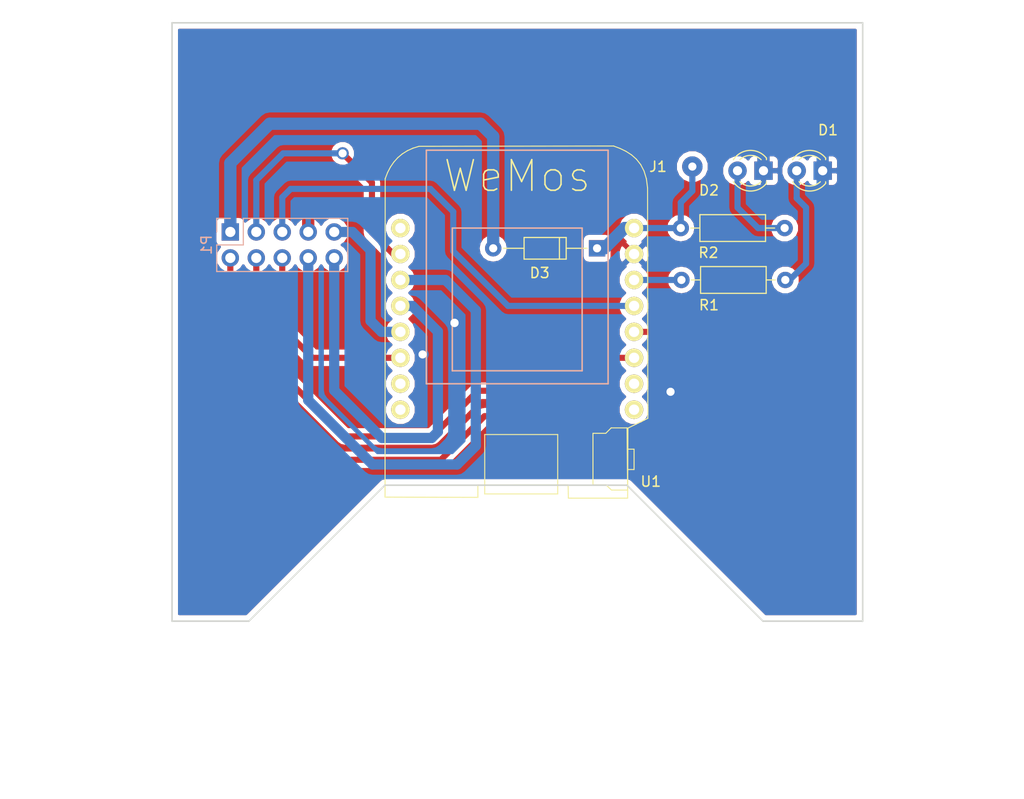
<source format=kicad_pcb>
(kicad_pcb (version 4) (host pcbnew 4.0.7-e2-6376~61~ubuntu18.04.1)

  (general
    (links 18)
    (no_connects 0)
    (area 28.014801 29.109999 128.420801 109.329201)
    (thickness 1.6)
    (drawings 26)
    (tracks 104)
    (zones 0)
    (modules 8)
    (nets 20)
  )

  (page A4)
  (title_block
    (title "Medidor de pulsos")
    (date 2018-02-14)
    (rev 1)
  )

  (layers
    (0 F.Cu signal)
    (31 B.Cu signal)
    (32 B.Adhes user)
    (33 F.Adhes user)
    (34 B.Paste user)
    (35 F.Paste user)
    (36 B.SilkS user)
    (37 F.SilkS user)
    (38 B.Mask user)
    (39 F.Mask user)
    (40 Dwgs.User user)
    (41 Cmts.User user)
    (42 Eco1.User user)
    (43 Eco2.User user)
    (44 Edge.Cuts user)
    (45 Margin user)
    (46 B.CrtYd user)
    (47 F.CrtYd user)
    (48 B.Fab user)
    (49 F.Fab user)
  )

  (setup
    (last_trace_width 1)
    (user_trace_width 0.1)
    (user_trace_width 0.2)
    (user_trace_width 0.3)
    (user_trace_width 0.4)
    (user_trace_width 0.6)
    (user_trace_width 0.8)
    (user_trace_width 1)
    (user_trace_width 1.2)
    (trace_clearance 0.2)
    (zone_clearance 0.508)
    (zone_45_only yes)
    (trace_min 0.1)
    (segment_width 0.2)
    (edge_width 0.15)
    (via_size 1.2)
    (via_drill 0.8)
    (via_min_size 1.2)
    (via_min_drill 0.8)
    (user_via 1.2 0.8)
    (uvia_size 1.2)
    (uvia_drill 0.8)
    (uvias_allowed no)
    (uvia_min_size 0.2)
    (uvia_min_drill 0.1)
    (pcb_text_width 0.3)
    (pcb_text_size 1.5 1.5)
    (mod_edge_width 0.15)
    (mod_text_size 1 1)
    (mod_text_width 0.15)
    (pad_size 2.5 2.5)
    (pad_drill 1)
    (pad_to_mask_clearance 0.2)
    (aux_axis_origin 0 0)
    (grid_origin 221.6404 115.9764)
    (visible_elements FFFFFFFF)
    (pcbplotparams
      (layerselection 0x2d030_80000001)
      (usegerberextensions false)
      (excludeedgelayer true)
      (linewidth 0.100000)
      (plotframeref false)
      (viasonmask false)
      (mode 1)
      (useauxorigin true)
      (hpglpennumber 1)
      (hpglpenspeed 20)
      (hpglpendiameter 15)
      (hpglpenoverlay 2)
      (psnegative false)
      (psa4output false)
      (plotreference true)
      (plotvalue true)
      (plotinvisibletext false)
      (padsonsilk false)
      (subtractmaskfromsilk false)
      (outputformat 1)
      (mirror false)
      (drillshape 0)
      (scaleselection 1)
      (outputdirectory /home/onsar/onsar_git/onsar/ecopower/hardware/iot_esp/iotesp_modbus_hardware/gerber))
  )

  (net 0 "")
  (net 1 GND)
  (net 2 "Net-(D1-Pad2)")
  (net 3 "Net-(D2-Pad2)")
  (net 4 /vin_5v)
  (net 5 /vcc_5v)
  (net 6 /esp_d2)
  (net 7 /esp_d8)
  (net 8 /esp_d1)
  (net 9 /esp_d3)
  (net 10 /esp_d0)
  (net 11 /mosi)
  (net 12 /sck)
  (net 13 /miso)
  (net 14 /esp_d4)
  (net 15 "Net-(U1-Pad8)")
  (net 16 "Net-(U1-Pad2)")
  (net 17 "Net-(U1-Pad1)")
  (net 18 "Net-(U1-Pad16)")
  (net 19 "Net-(U1-Pad15)")

  (net_class Default "This is the default net class."
    (clearance 0.2)
    (trace_width 0.8)
    (via_dia 1.2)
    (via_drill 0.8)
    (uvia_dia 1.2)
    (uvia_drill 0.8)
    (add_net /esp_d0)
    (add_net /esp_d1)
    (add_net /esp_d2)
    (add_net /esp_d3)
    (add_net /esp_d4)
    (add_net /esp_d8)
    (add_net /miso)
    (add_net /mosi)
    (add_net /sck)
    (add_net /vcc_5v)
    (add_net /vin_5v)
    (add_net GND)
    (add_net "Net-(D1-Pad2)")
    (add_net "Net-(D2-Pad2)")
    (add_net "Net-(U1-Pad1)")
    (add_net "Net-(U1-Pad15)")
    (add_net "Net-(U1-Pad16)")
    (add_net "Net-(U1-Pad2)")
    (add_net "Net-(U1-Pad8)")
  )

  (net_class smd ""
    (clearance 0.2)
    (trace_width 0.4)
    (via_dia 1.2)
    (via_drill 0.8)
    (uvia_dia 1.2)
    (uvia_drill 0.8)
  )

  (module LEDs:LED_D3.0mm (layer F.Cu) (tedit 5D82627D) (tstamp 5D7CB22B)
    (at 108.712 45.8216 180)
    (descr "LED, diameter 3.0mm, 2 pins")
    (tags "LED diameter 3.0mm 2 pins")
    (path /5A83FD4B)
    (fp_text reference D1 (at -0.5207 3.9751 180) (layer F.SilkS)
      (effects (font (size 1 1) (thickness 0.15)))
    )
    (fp_text value LED (at -0.8255 2.4511 180) (layer F.Fab)
      (effects (font (size 1 1) (thickness 0.15)))
    )
    (fp_arc (start 1.27 0) (end -0.23 -1.16619) (angle 284.3) (layer F.Fab) (width 0.1))
    (fp_arc (start 1.27 0) (end -0.29 -1.235516) (angle 108.8) (layer F.SilkS) (width 0.12))
    (fp_arc (start 1.27 0) (end -0.29 1.235516) (angle -108.8) (layer F.SilkS) (width 0.12))
    (fp_arc (start 1.27 0) (end 0.229039 -1.08) (angle 87.9) (layer F.SilkS) (width 0.12))
    (fp_arc (start 1.27 0) (end 0.229039 1.08) (angle -87.9) (layer F.SilkS) (width 0.12))
    (fp_circle (center 1.27 0) (end 2.77 0) (layer F.Fab) (width 0.1))
    (fp_line (start -0.23 -1.16619) (end -0.23 1.16619) (layer F.Fab) (width 0.1))
    (fp_line (start -0.29 -1.236) (end -0.29 -1.08) (layer F.SilkS) (width 0.12))
    (fp_line (start -0.29 1.08) (end -0.29 1.236) (layer F.SilkS) (width 0.12))
    (fp_line (start -1.15 -2.25) (end -1.15 2.25) (layer F.CrtYd) (width 0.05))
    (fp_line (start -1.15 2.25) (end 3.7 2.25) (layer F.CrtYd) (width 0.05))
    (fp_line (start 3.7 2.25) (end 3.7 -2.25) (layer F.CrtYd) (width 0.05))
    (fp_line (start 3.7 -2.25) (end -1.15 -2.25) (layer F.CrtYd) (width 0.05))
    (pad 1 thru_hole rect (at 0 0 180) (size 1.8 1.8) (drill 0.9) (layers *.Cu *.Mask)
      (net 1 GND))
    (pad 2 thru_hole circle (at 2.54 0 180) (size 1.8 1.8) (drill 0.9) (layers *.Cu *.Mask)
      (net 2 "Net-(D1-Pad2)"))
    (model ${KISYS3DMOD}/LEDs.3dshapes/LED_D3.0mm.wrl
      (at (xyz 0 0 0))
      (scale (xyz 0.393701 0.393701 0.393701))
      (rotate (xyz 0 0 0))
    )
  )

  (module LEDs:LED_D3.0mm (layer F.Cu) (tedit 5D826284) (tstamp 5D7CB231)
    (at 102.9208 45.8216 180)
    (descr "LED, diameter 3.0mm, 2 pins")
    (tags "LED diameter 3.0mm 2 pins")
    (path /5A83FF0F)
    (fp_text reference D2 (at 5.334 -1.9177 180) (layer F.SilkS)
      (effects (font (size 1 1) (thickness 0.15)))
    )
    (fp_text value LED (at 4.9276 -3.3401 180) (layer F.Fab)
      (effects (font (size 1 1) (thickness 0.15)))
    )
    (fp_arc (start 1.27 0) (end -0.23 -1.16619) (angle 284.3) (layer F.Fab) (width 0.1))
    (fp_arc (start 1.27 0) (end -0.29 -1.235516) (angle 108.8) (layer F.SilkS) (width 0.12))
    (fp_arc (start 1.27 0) (end -0.29 1.235516) (angle -108.8) (layer F.SilkS) (width 0.12))
    (fp_arc (start 1.27 0) (end 0.229039 -1.08) (angle 87.9) (layer F.SilkS) (width 0.12))
    (fp_arc (start 1.27 0) (end 0.229039 1.08) (angle -87.9) (layer F.SilkS) (width 0.12))
    (fp_circle (center 1.27 0) (end 2.77 0) (layer F.Fab) (width 0.1))
    (fp_line (start -0.23 -1.16619) (end -0.23 1.16619) (layer F.Fab) (width 0.1))
    (fp_line (start -0.29 -1.236) (end -0.29 -1.08) (layer F.SilkS) (width 0.12))
    (fp_line (start -0.29 1.08) (end -0.29 1.236) (layer F.SilkS) (width 0.12))
    (fp_line (start -1.15 -2.25) (end -1.15 2.25) (layer F.CrtYd) (width 0.05))
    (fp_line (start -1.15 2.25) (end 3.7 2.25) (layer F.CrtYd) (width 0.05))
    (fp_line (start 3.7 2.25) (end 3.7 -2.25) (layer F.CrtYd) (width 0.05))
    (fp_line (start 3.7 -2.25) (end -1.15 -2.25) (layer F.CrtYd) (width 0.05))
    (pad 1 thru_hole rect (at 0 0 180) (size 1.8 1.8) (drill 0.9) (layers *.Cu *.Mask)
      (net 1 GND))
    (pad 2 thru_hole circle (at 2.54 0 180) (size 1.8 1.8) (drill 0.9) (layers *.Cu *.Mask)
      (net 3 "Net-(D2-Pad2)"))
    (model ${KISYS3DMOD}/LEDs.3dshapes/LED_D3.0mm.wrl
      (at (xyz 0 0 0))
      (scale (xyz 0.393701 0.393701 0.393701))
      (rotate (xyz 0 0 0))
    )
  )

  (module Diodes_THT:D_DO-35_SOD27_P10.16mm_Horizontal (layer F.Cu) (tedit 5D826300) (tstamp 5D7CB237)
    (at 86.6394 53.4162 180)
    (descr "D, DO-35_SOD27 series, Axial, Horizontal, pin pitch=10.16mm, , length*diameter=4*2mm^2, , http://www.diodes.com/_files/packages/DO-35.pdf")
    (tags "D DO-35_SOD27 series Axial Horizontal pin pitch 10.16mm  length 4mm diameter 2mm")
    (path /5D7CA61B)
    (fp_text reference D3 (at 5.6134 -2.413 180) (layer F.SilkS)
      (effects (font (size 1 1) (thickness 0.15)))
    )
    (fp_text value Schottky (at 5.08 2.06 180) (layer F.Fab)
      (effects (font (size 1 1) (thickness 0.15)))
    )
    (fp_line (start 3.08 -1) (end 3.08 1) (layer F.Fab) (width 0.1))
    (fp_line (start 3.08 1) (end 7.08 1) (layer F.Fab) (width 0.1))
    (fp_line (start 7.08 1) (end 7.08 -1) (layer F.Fab) (width 0.1))
    (fp_line (start 7.08 -1) (end 3.08 -1) (layer F.Fab) (width 0.1))
    (fp_line (start 0 0) (end 3.08 0) (layer F.Fab) (width 0.1))
    (fp_line (start 10.16 0) (end 7.08 0) (layer F.Fab) (width 0.1))
    (fp_line (start 3.68 -1) (end 3.68 1) (layer F.Fab) (width 0.1))
    (fp_line (start 3.02 -1.06) (end 3.02 1.06) (layer F.SilkS) (width 0.12))
    (fp_line (start 3.02 1.06) (end 7.14 1.06) (layer F.SilkS) (width 0.12))
    (fp_line (start 7.14 1.06) (end 7.14 -1.06) (layer F.SilkS) (width 0.12))
    (fp_line (start 7.14 -1.06) (end 3.02 -1.06) (layer F.SilkS) (width 0.12))
    (fp_line (start 0.98 0) (end 3.02 0) (layer F.SilkS) (width 0.12))
    (fp_line (start 9.18 0) (end 7.14 0) (layer F.SilkS) (width 0.12))
    (fp_line (start 3.68 -1.06) (end 3.68 1.06) (layer F.SilkS) (width 0.12))
    (fp_line (start -1.05 -1.35) (end -1.05 1.35) (layer F.CrtYd) (width 0.05))
    (fp_line (start -1.05 1.35) (end 11.25 1.35) (layer F.CrtYd) (width 0.05))
    (fp_line (start 11.25 1.35) (end 11.25 -1.35) (layer F.CrtYd) (width 0.05))
    (fp_line (start 11.25 -1.35) (end -1.05 -1.35) (layer F.CrtYd) (width 0.05))
    (pad 1 thru_hole rect (at 0 0 180) (size 1.6 1.6) (drill 0.8) (layers *.Cu *.Mask)
      (net 4 /vin_5v))
    (pad 2 thru_hole oval (at 10.16 0 180) (size 1.6 1.6) (drill 0.8) (layers *.Cu *.Mask)
      (net 5 /vcc_5v))
    (model ${KISYS3DMOD}/Diodes_THT.3dshapes/D_DO-35_SOD27_P10.16mm_Horizontal.wrl
      (at (xyz 0 0 0))
      (scale (xyz 0.393701 0.393701 0.393701))
      (rotate (xyz 0 0 0))
    )
  )

  (module Wire_Pads:SolderWirePad_single_0-8mmDrill (layer F.Cu) (tedit 5D82631D) (tstamp 5D7CB23C)
    (at 95.9612 45.4152)
    (path /5D7CA38F)
    (fp_text reference J1 (at -3.358 0.0136) (layer F.SilkS)
      (effects (font (size 1 1) (thickness 0.15)))
    )
    (fp_text value Test (at -2.6468 1.8424) (layer F.Fab)
      (effects (font (size 1 1) (thickness 0.15)))
    )
    (pad 1 thru_hole circle (at 0 0) (size 1.99898 1.99898) (drill 0.8001) (layers *.Cu *.Mask)
      (net 4 /vin_5v))
  )

  (module oscar_libreria:Pin_Header_Straight_2x05_Pitch2.54mm_onsar (layer B.Cu) (tedit 5D8262BC) (tstamp 5D7CB24A)
    (at 50.7619 51.816 270)
    (descr "Through hole straight pin header, 2x05, 2.54mm pitch, double rows")
    (tags "Through hole pin header THT 2x05 2.54mm double row")
    (path /5D78B836)
    (fp_text reference P1 (at 1.27 2.33 270) (layer B.SilkS)
      (effects (font (size 1 1) (thickness 0.15)) (justify mirror))
    )
    (fp_text value CONN_02X05 (at 7.1628 -1.4097 540) (layer B.Fab)
      (effects (font (size 1 1) (thickness 0.15)) (justify mirror))
    )
    (fp_line (start 5.715 3.81) (end -3.175 3.81) (layer B.CrtYd) (width 0.15))
    (fp_line (start -3.175 3.81) (end -3.175 -13.97) (layer B.CrtYd) (width 0.15))
    (fp_line (start -3.175 -13.97) (end 5.715 -13.97) (layer B.CrtYd) (width 0.15))
    (fp_line (start 5.715 -13.97) (end 5.715 3.81) (layer B.CrtYd) (width 0.15))
    (fp_line (start 0 1.27) (end 3.81 1.27) (layer B.Fab) (width 0.1))
    (fp_line (start 3.81 1.27) (end 3.81 -11.43) (layer B.Fab) (width 0.1))
    (fp_line (start 3.81 -11.43) (end -1.27 -11.43) (layer B.Fab) (width 0.1))
    (fp_line (start -1.27 -11.43) (end -1.27 0) (layer B.Fab) (width 0.1))
    (fp_line (start -1.27 0) (end 0 1.27) (layer B.Fab) (width 0.1))
    (fp_line (start -1.33 -11.49) (end 3.87 -11.49) (layer B.SilkS) (width 0.12))
    (fp_line (start -1.33 -1.27) (end -1.33 -11.49) (layer B.SilkS) (width 0.12))
    (fp_line (start 3.87 1.33) (end 3.87 -11.49) (layer B.SilkS) (width 0.12))
    (fp_line (start -1.33 -1.27) (end 1.27 -1.27) (layer B.SilkS) (width 0.12))
    (fp_line (start 1.27 -1.27) (end 1.27 1.33) (layer B.SilkS) (width 0.12))
    (fp_line (start 1.27 1.33) (end 3.87 1.33) (layer B.SilkS) (width 0.12))
    (fp_line (start -1.33 0) (end -1.33 1.33) (layer B.SilkS) (width 0.12))
    (fp_line (start -1.33 1.33) (end 0 1.33) (layer B.SilkS) (width 0.12))
    (fp_text user %R (at 1.27 -5.08 540) (layer B.Fab)
      (effects (font (size 1 1) (thickness 0.15)) (justify mirror))
    )
    (pad 1 thru_hole rect (at 0 0 270) (size 1.7 1.7) (drill 1) (layers *.Cu *.Mask)
      (net 5 /vcc_5v))
    (pad 2 thru_hole oval (at 2.54 0 270) (size 1.7 1.7) (drill 1) (layers *.Cu *.Mask)
      (net 6 /esp_d2))
    (pad 3 thru_hole oval (at 0 -2.54 270) (size 1.7 1.7) (drill 1) (layers *.Cu *.Mask)
      (net 7 /esp_d8))
    (pad 4 thru_hole oval (at 2.54 -2.54 270) (size 1.7 1.7) (drill 1) (layers *.Cu *.Mask)
      (net 8 /esp_d1))
    (pad 5 thru_hole oval (at 0 -5.08 270) (size 1.7 1.7) (drill 1) (layers *.Cu *.Mask)
      (net 9 /esp_d3))
    (pad 6 thru_hole oval (at 2.54 -5.08 270) (size 1.7 1.7) (drill 1) (layers *.Cu *.Mask)
      (net 10 /esp_d0))
    (pad 7 thru_hole oval (at 0 -7.62 270) (size 1.7 1.7) (drill 1) (layers *.Cu *.Mask)
      (net 1 GND))
    (pad 8 thru_hole oval (at 2.54 -7.62 270) (size 1.7 1.7) (drill 1) (layers *.Cu *.Mask)
      (net 11 /mosi))
    (pad 9 thru_hole oval (at 0 -10.16 270) (size 1.7 1.7) (drill 1) (layers *.Cu *.Mask)
      (net 12 /sck))
    (pad 10 thru_hole oval (at 2.54 -10.16 270) (size 1.7 1.7) (drill 1) (layers *.Cu *.Mask)
      (net 13 /miso))
    (model ${KISYS3DMOD}/Pin_Headers.3dshapes/Pin_Header_Straight_2x05_Pitch2.54mm.wrl
      (at (xyz 0 0 0))
      (scale (xyz 1 1 1))
      (rotate (xyz 0 0 0))
    )
  )

  (module Resistors_THT:R_Axial_DIN0207_L6.3mm_D2.5mm_P10.16mm_Horizontal (layer F.Cu) (tedit 5D82633F) (tstamp 5D7CB250)
    (at 105.0544 56.515 180)
    (descr "Resistor, Axial_DIN0207 series, Axial, Horizontal, pin pitch=10.16mm, 0.25W = 1/4W, length*diameter=6.3*2.5mm^2, http://cdn-reichelt.de/documents/datenblatt/B400/1_4W%23YAG.pdf")
    (tags "Resistor Axial_DIN0207 series Axial Horizontal pin pitch 10.16mm 0.25W = 1/4W length 6.3mm diameter 2.5mm")
    (path /5A858C9F)
    (fp_text reference R1 (at 7.4676 -2.4638 180) (layer F.SilkS)
      (effects (font (size 1 1) (thickness 0.15)))
    )
    (fp_text value 220 (at 5.08 0.0762 180) (layer F.Fab)
      (effects (font (size 1 1) (thickness 0.15)))
    )
    (fp_line (start 1.93 -1.25) (end 1.93 1.25) (layer F.Fab) (width 0.1))
    (fp_line (start 1.93 1.25) (end 8.23 1.25) (layer F.Fab) (width 0.1))
    (fp_line (start 8.23 1.25) (end 8.23 -1.25) (layer F.Fab) (width 0.1))
    (fp_line (start 8.23 -1.25) (end 1.93 -1.25) (layer F.Fab) (width 0.1))
    (fp_line (start 0 0) (end 1.93 0) (layer F.Fab) (width 0.1))
    (fp_line (start 10.16 0) (end 8.23 0) (layer F.Fab) (width 0.1))
    (fp_line (start 1.87 -1.31) (end 1.87 1.31) (layer F.SilkS) (width 0.12))
    (fp_line (start 1.87 1.31) (end 8.29 1.31) (layer F.SilkS) (width 0.12))
    (fp_line (start 8.29 1.31) (end 8.29 -1.31) (layer F.SilkS) (width 0.12))
    (fp_line (start 8.29 -1.31) (end 1.87 -1.31) (layer F.SilkS) (width 0.12))
    (fp_line (start 0.98 0) (end 1.87 0) (layer F.SilkS) (width 0.12))
    (fp_line (start 9.18 0) (end 8.29 0) (layer F.SilkS) (width 0.12))
    (fp_line (start -1.05 -1.6) (end -1.05 1.6) (layer F.CrtYd) (width 0.05))
    (fp_line (start -1.05 1.6) (end 11.25 1.6) (layer F.CrtYd) (width 0.05))
    (fp_line (start 11.25 1.6) (end 11.25 -1.6) (layer F.CrtYd) (width 0.05))
    (fp_line (start 11.25 -1.6) (end -1.05 -1.6) (layer F.CrtYd) (width 0.05))
    (pad 1 thru_hole circle (at 0 0 180) (size 1.6 1.6) (drill 0.8) (layers *.Cu *.Mask)
      (net 2 "Net-(D1-Pad2)"))
    (pad 2 thru_hole oval (at 10.16 0 180) (size 1.6 1.6) (drill 0.8) (layers *.Cu *.Mask)
      (net 14 /esp_d4))
    (model ${KISYS3DMOD}/Resistors_THT.3dshapes/R_Axial_DIN0207_L6.3mm_D2.5mm_P10.16mm_Horizontal.wrl
      (at (xyz 0 0 0))
      (scale (xyz 0.393701 0.393701 0.393701))
      (rotate (xyz 0 0 0))
    )
  )

  (module Resistors_THT:R_Axial_DIN0207_L6.3mm_D2.5mm_P10.16mm_Horizontal (layer F.Cu) (tedit 5D82633C) (tstamp 5D7CB256)
    (at 104.9909 51.435 180)
    (descr "Resistor, Axial_DIN0207 series, Axial, Horizontal, pin pitch=10.16mm, 0.25W = 1/4W, length*diameter=6.3*2.5mm^2, http://cdn-reichelt.de/documents/datenblatt/B400/1_4W%23YAG.pdf")
    (tags "Resistor Axial_DIN0207 series Axial Horizontal pin pitch 10.16mm 0.25W = 1/4W length 6.3mm diameter 2.5mm")
    (path /5A858B7F)
    (fp_text reference R2 (at 7.4549 -2.413 180) (layer F.SilkS)
      (effects (font (size 1 1) (thickness 0.15)))
    )
    (fp_text value 220 (at 4.9149 0.127 180) (layer F.Fab)
      (effects (font (size 1 1) (thickness 0.15)))
    )
    (fp_line (start 1.93 -1.25) (end 1.93 1.25) (layer F.Fab) (width 0.1))
    (fp_line (start 1.93 1.25) (end 8.23 1.25) (layer F.Fab) (width 0.1))
    (fp_line (start 8.23 1.25) (end 8.23 -1.25) (layer F.Fab) (width 0.1))
    (fp_line (start 8.23 -1.25) (end 1.93 -1.25) (layer F.Fab) (width 0.1))
    (fp_line (start 0 0) (end 1.93 0) (layer F.Fab) (width 0.1))
    (fp_line (start 10.16 0) (end 8.23 0) (layer F.Fab) (width 0.1))
    (fp_line (start 1.87 -1.31) (end 1.87 1.31) (layer F.SilkS) (width 0.12))
    (fp_line (start 1.87 1.31) (end 8.29 1.31) (layer F.SilkS) (width 0.12))
    (fp_line (start 8.29 1.31) (end 8.29 -1.31) (layer F.SilkS) (width 0.12))
    (fp_line (start 8.29 -1.31) (end 1.87 -1.31) (layer F.SilkS) (width 0.12))
    (fp_line (start 0.98 0) (end 1.87 0) (layer F.SilkS) (width 0.12))
    (fp_line (start 9.18 0) (end 8.29 0) (layer F.SilkS) (width 0.12))
    (fp_line (start -1.05 -1.6) (end -1.05 1.6) (layer F.CrtYd) (width 0.05))
    (fp_line (start -1.05 1.6) (end 11.25 1.6) (layer F.CrtYd) (width 0.05))
    (fp_line (start 11.25 1.6) (end 11.25 -1.6) (layer F.CrtYd) (width 0.05))
    (fp_line (start 11.25 -1.6) (end -1.05 -1.6) (layer F.CrtYd) (width 0.05))
    (pad 1 thru_hole circle (at 0 0 180) (size 1.6 1.6) (drill 0.8) (layers *.Cu *.Mask)
      (net 3 "Net-(D2-Pad2)"))
    (pad 2 thru_hole oval (at 10.16 0 180) (size 1.6 1.6) (drill 0.8) (layers *.Cu *.Mask)
      (net 4 /vin_5v))
    (model ${KISYS3DMOD}/Resistors_THT.3dshapes/R_Axial_DIN0207_L6.3mm_D2.5mm_P10.16mm_Horizontal.wrl
      (at (xyz 0 0 0))
      (scale (xyz 0.393701 0.393701 0.393701))
      (rotate (xyz 0 0 0))
    )
  )

  (module wemos_d1_mini:D1_mini_board (layer F.Cu) (tedit 5D8262CE) (tstamp 5D7CB26A)
    (at 78.8289 61.595)
    (path /5ABA378E)
    (fp_text reference U1 (at 13.0683 14.6558) (layer F.SilkS)
      (effects (font (size 1 1) (thickness 0.15)))
    )
    (fp_text value WeMos_mini (at -8.5217 -19.1262) (layer F.Fab)
      (effects (font (size 1 1) (thickness 0.15)))
    )
    (fp_text user WeMos (at 0 -15.24) (layer F.SilkS)
      (effects (font (size 3 3) (thickness 0.15)))
    )
    (fp_line (start -6.35 3.81) (end -6.35 -10.16) (layer B.SilkS) (width 0.15))
    (fp_line (start -6.35 -10.16) (end 6.35 -10.16) (layer B.SilkS) (width 0.15))
    (fp_line (start 6.35 -10.16) (end 6.35 3.81) (layer B.SilkS) (width 0.15))
    (fp_line (start 6.35 3.81) (end -6.35 3.81) (layer B.SilkS) (width 0.15))
    (fp_line (start -8.89 5.08) (end 8.89 5.08) (layer B.SilkS) (width 0.15))
    (fp_line (start 8.89 5.08) (end 8.89 -17.78) (layer B.SilkS) (width 0.15))
    (fp_line (start 8.89 -17.78) (end -8.89 -17.78) (layer B.SilkS) (width 0.15))
    (fp_line (start -8.89 -17.78) (end -8.89 5.08) (layer B.SilkS) (width 0.15))
    (fp_line (start 10.817472 16.277228) (end 5.00618 16.277228) (layer F.SilkS) (width 0.1))
    (fp_line (start 5.00618 16.277228) (end 4.979849 14.993795) (layer F.SilkS) (width 0.1))
    (fp_line (start 4.979849 14.993795) (end -3.851373 15.000483) (layer F.SilkS) (width 0.1))
    (fp_line (start -3.851373 15.000483) (end -3.849397 16.202736) (layer F.SilkS) (width 0.1))
    (fp_line (start -3.849397 16.202736) (end -12.930193 16.176658) (layer F.SilkS) (width 0.1))
    (fp_line (start -12.930193 16.176658) (end -12.916195 -14.993493) (layer F.SilkS) (width 0.1))
    (fp_line (start -12.916195 -14.993493) (end -12.683384 -15.596286) (layer F.SilkS) (width 0.1))
    (fp_line (start -12.683384 -15.596286) (end -12.399901 -16.141167) (layer F.SilkS) (width 0.1))
    (fp_line (start -12.399901 -16.141167) (end -12.065253 -16.627577) (layer F.SilkS) (width 0.1))
    (fp_line (start -12.065253 -16.627577) (end -11.678953 -17.054952) (layer F.SilkS) (width 0.1))
    (fp_line (start -11.678953 -17.054952) (end -11.240512 -17.422741) (layer F.SilkS) (width 0.1))
    (fp_line (start -11.240512 -17.422741) (end -10.74944 -17.730377) (layer F.SilkS) (width 0.1))
    (fp_line (start -10.74944 -17.730377) (end -10.20525 -17.97731) (layer F.SilkS) (width 0.1))
    (fp_line (start -10.20525 -17.97731) (end -9.607453 -18.162976) (layer F.SilkS) (width 0.1))
    (fp_line (start -9.607453 -18.162976) (end 9.43046 -18.191734) (layer F.SilkS) (width 0.1))
    (fp_line (start 9.43046 -18.191734) (end 10.049824 -17.957741) (layer F.SilkS) (width 0.1))
    (fp_line (start 10.049824 -17.957741) (end 10.638018 -17.673258) (layer F.SilkS) (width 0.1))
    (fp_line (start 10.638018 -17.673258) (end 11.181445 -17.323743) (layer F.SilkS) (width 0.1))
    (fp_line (start 11.181445 -17.323743) (end 11.666503 -16.894658) (layer F.SilkS) (width 0.1))
    (fp_line (start 11.666503 -16.894658) (end 12.079595 -16.37146) (layer F.SilkS) (width 0.1))
    (fp_line (start 12.079595 -16.37146) (end 12.407122 -15.739613) (layer F.SilkS) (width 0.1))
    (fp_line (start 12.407122 -15.739613) (end 12.635482 -14.984575) (layer F.SilkS) (width 0.1))
    (fp_line (start 12.635482 -14.984575) (end 12.751078 -14.091807) (layer F.SilkS) (width 0.1))
    (fp_line (start 12.751078 -14.091807) (end 12.776026 8.463285) (layer F.SilkS) (width 0.1))
    (fp_line (start 12.776026 8.463285) (end 10.83248 9.424181) (layer F.SilkS) (width 0.1))
    (fp_line (start 10.83248 9.424181) (end 10.802686 16.232524) (layer F.SilkS) (width 0.1))
    (fp_line (start -3.17965 10.051451) (end 3.959931 10.051451) (layer F.SilkS) (width 0.1))
    (fp_line (start 3.959931 10.051451) (end 3.959931 15.865188) (layer F.SilkS) (width 0.1))
    (fp_line (start 3.959931 15.865188) (end -3.17965 15.865188) (layer F.SilkS) (width 0.1))
    (fp_line (start -3.17965 15.865188) (end -3.17965 10.051451) (layer F.SilkS) (width 0.1))
    (fp_line (start 10.7436 9.402349) (end 9.191378 9.402349) (layer F.SilkS) (width 0.1))
    (fp_line (start 9.191378 9.402349) (end 8.662211 9.931515) (layer F.SilkS) (width 0.1))
    (fp_line (start 8.662211 9.931515) (end 7.40985 9.931515) (layer F.SilkS) (width 0.1))
    (fp_line (start 7.40985 9.931515) (end 7.40985 14.993876) (layer F.SilkS) (width 0.1))
    (fp_line (start 7.40985 14.993876) (end 8.697489 14.993876) (layer F.SilkS) (width 0.1))
    (fp_line (start 8.697489 14.993876) (end 9.226656 15.487765) (layer F.SilkS) (width 0.1))
    (fp_line (start 9.226656 15.487765) (end 10.796517 15.487765) (layer F.SilkS) (width 0.1))
    (fp_line (start 10.796517 15.487765) (end 10.7436 9.402349) (layer F.SilkS) (width 0.1))
    (fp_line (start 10.778878 11.483738) (end 11.431517 11.483738) (layer F.SilkS) (width 0.1))
    (fp_line (start 11.431517 11.483738) (end 11.431517 13.476932) (layer F.SilkS) (width 0.1))
    (fp_line (start 11.431517 13.476932) (end 10.814156 13.476932) (layer F.SilkS) (width 0.1))
    (pad 8 thru_hole circle (at -11.43 -10.16) (size 1.8 1.8) (drill 1.016) (layers *.Cu *.Mask F.SilkS)
      (net 15 "Net-(U1-Pad8)"))
    (pad 7 thru_hole circle (at -11.43 -7.62) (size 1.8 1.8) (drill 1.016) (layers *.Cu *.Mask F.SilkS)
      (net 7 /esp_d8))
    (pad 6 thru_hole circle (at -11.43 -5.08) (size 1.8 1.8) (drill 1.016) (layers *.Cu *.Mask F.SilkS)
      (net 11 /mosi))
    (pad 5 thru_hole circle (at -11.43 -2.54) (size 1.8 1.8) (drill 1.016) (layers *.Cu *.Mask F.SilkS)
      (net 13 /miso))
    (pad 4 thru_hole circle (at -11.43 0) (size 1.8 1.8) (drill 1.016) (layers *.Cu *.Mask F.SilkS)
      (net 12 /sck))
    (pad 3 thru_hole circle (at -11.43 2.54) (size 1.8 1.8) (drill 1.016) (layers *.Cu *.Mask F.SilkS)
      (net 10 /esp_d0))
    (pad 2 thru_hole circle (at -11.43 5.08) (size 1.8 1.8) (drill 1.016) (layers *.Cu *.Mask F.SilkS)
      (net 16 "Net-(U1-Pad2)"))
    (pad 1 thru_hole circle (at -11.43 7.62) (size 1.8 1.8) (drill 1.016) (layers *.Cu *.Mask F.SilkS)
      (net 17 "Net-(U1-Pad1)"))
    (pad 16 thru_hole circle (at 11.43 7.62) (size 1.8 1.8) (drill 1.016) (layers *.Cu *.Mask F.SilkS)
      (net 18 "Net-(U1-Pad16)"))
    (pad 15 thru_hole circle (at 11.43 5.08) (size 1.8 1.8) (drill 1.016) (layers *.Cu *.Mask F.SilkS)
      (net 19 "Net-(U1-Pad15)"))
    (pad 14 thru_hole circle (at 11.43 2.54) (size 1.8 1.8) (drill 1.016) (layers *.Cu *.Mask F.SilkS)
      (net 8 /esp_d1))
    (pad 13 thru_hole circle (at 11.43 0) (size 1.8 1.8) (drill 1.016) (layers *.Cu *.Mask F.SilkS)
      (net 6 /esp_d2))
    (pad 12 thru_hole circle (at 11.43 -2.54) (size 1.8 1.8) (drill 1.016) (layers *.Cu *.Mask F.SilkS)
      (net 9 /esp_d3))
    (pad 11 thru_hole circle (at 11.43 -5.08) (size 1.8 1.8) (drill 1.016) (layers *.Cu *.Mask F.SilkS)
      (net 14 /esp_d4))
    (pad 10 thru_hole circle (at 11.43 -7.62) (size 1.8 1.8) (drill 1.016) (layers *.Cu *.Mask F.SilkS)
      (net 1 GND))
    (pad 9 thru_hole circle (at 11.43 -10.16) (size 1.8 1.8) (drill 1.016) (layers *.Cu *.Mask F.SilkS)
      (net 4 /vin_5v))
  )

  (gr_line (start 45.0596 89.916) (end 45.0596 31.3436) (angle 90) (layer Edge.Cuts) (width 0.15))
  (gr_line (start 52.578 89.916) (end 45.0596 89.916) (angle 90) (layer Edge.Cuts) (width 0.15))
  (gr_line (start 65.8876 76.6064) (end 52.578 89.916) (angle 90) (layer Edge.Cuts) (width 0.15))
  (gr_line (start 89.5604 76.6064) (end 65.8876 76.6064) (angle 90) (layer Edge.Cuts) (width 0.15))
  (gr_line (start 102.87 89.916) (end 89.5604 76.6064) (angle 90) (layer Edge.Cuts) (width 0.15))
  (gr_line (start 112.6236 89.916) (end 102.87 89.916) (angle 90) (layer Edge.Cuts) (width 0.15))
  (gr_line (start 112.6236 31.3436) (end 112.6236 89.916) (angle 90) (layer Edge.Cuts) (width 0.15))
  (gr_line (start 45.0596 31.3436) (end 112.6236 31.3436) (angle 90) (layer Edge.Cuts) (width 0.15))
  (gr_line (start 65.8876 76.6064) (end 52.578 89.916) (angle 90) (layer Dwgs.User) (width 0.2))
  (gr_line (start 89.6112 76.6064) (end 102.9208 89.916) (angle 90) (layer Dwgs.User) (width 0.2))
  (gr_line (start 65.8368 76.6064) (end 89.6112 76.6064) (angle 90) (layer Dwgs.User) (width 0.2))
  (gr_line (start 128.3208 78.232) (end 128.3208 78.2828) (angle 90) (layer Dwgs.User) (width 0.2))
  (gr_line (start 45.0596 78.232) (end 128.3208 78.232) (angle 90) (layer Dwgs.User) (width 0.2))
  (gr_line (start 45.0596 43.0276) (end 127.508 43.0276) (angle 90) (layer Dwgs.User) (width 0.2))
  (dimension 17.6276 (width 0.3) (layer Dwgs.User)
    (gr_text "17,628 mm" (at 40.1536 69.469 270) (layer Dwgs.User)
      (effects (font (size 1.5 1.5) (thickness 0.3)))
    )
    (feature1 (pts (xy 45.0596 78.2828) (xy 38.8036 78.2828)))
    (feature2 (pts (xy 45.0596 60.6552) (xy 38.8036 60.6552)))
    (crossbar (pts (xy 41.5036 60.6552) (xy 41.5036 78.2828)))
    (arrow1a (pts (xy 41.5036 78.2828) (xy 40.917179 77.156296)))
    (arrow1b (pts (xy 41.5036 78.2828) (xy 42.090021 77.156296)))
    (arrow2a (pts (xy 41.5036 60.6552) (xy 40.917179 61.781704)))
    (arrow2b (pts (xy 41.5036 60.6552) (xy 42.090021 61.781704)))
  )
  (dimension 17.627673 (width 0.3) (layer Dwgs.User)
    (gr_text "17,628 mm" (at 40.126625 51.82711 89.83488294) (layer Dwgs.User)
      (effects (font (size 1.5 1.5) (thickness 0.3)))
    )
    (feature1 (pts (xy 45.1104 43.0276) (xy 38.802031 43.00942)))
    (feature2 (pts (xy 45.0596 60.6552) (xy 38.751231 60.63702)))
    (crossbar (pts (xy 41.45122 60.644801) (xy 41.50202 43.017201)))
    (arrow1a (pts (xy 41.50202 43.017201) (xy 42.085192 44.14539)))
    (arrow1b (pts (xy 41.50202 43.017201) (xy 40.912355 44.14201)))
    (arrow2a (pts (xy 41.45122 60.644801) (xy 42.040885 59.519992)))
    (arrow2b (pts (xy 41.45122 60.644801) (xy 40.868048 59.516612)))
  )
  (dimension 29.2608 (width 0.3) (layer Dwgs.User)
    (gr_text "29,261 mm" (at 34.5148 75.2856 90) (layer Dwgs.User)
      (effects (font (size 1.5 1.5) (thickness 0.3)))
    )
    (feature1 (pts (xy 45.0596 60.6552) (xy 33.1648 60.6552)))
    (feature2 (pts (xy 45.0596 89.916) (xy 33.1648 89.916)))
    (crossbar (pts (xy 35.8648 89.916) (xy 35.8648 60.6552)))
    (arrow1a (pts (xy 35.8648 60.6552) (xy 36.451221 61.781704)))
    (arrow1b (pts (xy 35.8648 60.6552) (xy 35.278379 61.781704)))
    (arrow2a (pts (xy 35.8648 89.916) (xy 36.451221 88.789496)))
    (arrow2b (pts (xy 35.8648 89.916) (xy 35.278379 88.789496)))
  )
  (dimension 58.5724 (width 0.3) (layer Dwgs.User)
    (gr_text "58,572 mm" (at 121.8984 60.6298 90) (layer Dwgs.User)
      (effects (font (size 1.5 1.5) (thickness 0.3)))
    )
    (feature1 (pts (xy 33.1724 31.3436) (xy 123.2484 31.3436)))
    (feature2 (pts (xy 33.1724 89.916) (xy 123.2484 89.916)))
    (crossbar (pts (xy 120.5484 89.916) (xy 120.5484 31.3436)))
    (arrow1a (pts (xy 120.5484 31.3436) (xy 121.134821 32.470104)))
    (arrow1b (pts (xy 120.5484 31.3436) (xy 119.961979 32.470104)))
    (arrow2a (pts (xy 120.5484 89.916) (xy 121.134821 88.789496)))
    (arrow2b (pts (xy 120.5484 89.916) (xy 119.961979 88.789496)))
  )
  (dimension 67.564 (width 0.3) (layer Dwgs.User)
    (gr_text "67,564 mm" (at 78.8416 107.9792) (layer Dwgs.User)
      (effects (font (size 1.5 1.5) (thickness 0.3)))
    )
    (feature1 (pts (xy 112.6236 29.3624) (xy 112.6236 109.3292)))
    (feature2 (pts (xy 45.0596 29.3624) (xy 45.0596 109.3292)))
    (crossbar (pts (xy 45.0596 106.6292) (xy 112.6236 106.6292)))
    (arrow1a (pts (xy 112.6236 106.6292) (xy 111.497096 107.215621)))
    (arrow1b (pts (xy 112.6236 106.6292) (xy 111.497096 106.042779)))
    (arrow2a (pts (xy 45.0596 106.6292) (xy 46.186104 107.215621)))
    (arrow2b (pts (xy 45.0596 106.6292) (xy 46.186104 106.042779)))
  )
  (gr_line (start 112.6744 29.3624) (end 112.6744 29.21) (angle 90) (layer Dwgs.User) (width 0.2))
  (gr_line (start 112.6236 33.528) (end 112.6236 33.6296) (angle 90) (layer Dwgs.User) (width 0.2))
  (gr_line (start 112.6236 29.4132) (end 112.522 29.4132) (angle 90) (layer Dwgs.User) (width 0.2))
  (gr_line (start 112.6236 48.006) (end 112.6236 29.4132) (angle 90) (layer Dwgs.User) (width 0.2))
  (gr_line (start 45.1104 30.48) (end 45.0596 30.48) (angle 90) (layer Dwgs.User) (width 0.2))
  (gr_line (start 45.1104 57.8612) (end 45.1104 30.48) (angle 90) (layer Dwgs.User) (width 0.2))
  (dimension 33.7312 (width 0.3) (layer Dwgs.User)
    (gr_text "33,731 mm" (at 61.9252 94.314) (layer Dwgs.User)
      (effects (font (size 1.5 1.5) (thickness 0.3)))
    )
    (feature1 (pts (xy 78.7908 89.916) (xy 78.7908 95.664)))
    (feature2 (pts (xy 45.0596 89.916) (xy 45.0596 95.664)))
    (crossbar (pts (xy 45.0596 92.964) (xy 78.7908 92.964)))
    (arrow1a (pts (xy 78.7908 92.964) (xy 77.664296 93.550421)))
    (arrow1b (pts (xy 78.7908 92.964) (xy 77.664296 92.377579)))
    (arrow2a (pts (xy 45.0596 92.964) (xy 46.186104 93.550421)))
    (arrow2b (pts (xy 45.0596 92.964) (xy 46.186104 92.377579)))
  )

  (segment (start 108.712 45.8216) (end 108.712 61.6712) (width 1.2) (layer B.Cu) (net 1))
  (via (at 93.8276 67.4624) (size 1.2) (drill 0.8) (layers F.Cu B.Cu) (net 1))
  (segment (start 102.9208 67.4624) (end 93.8276 67.4624) (width 1.2) (layer B.Cu) (net 1) (tstamp 5D874BEB))
  (segment (start 108.712 61.6712) (end 102.9208 67.4624) (width 1.2) (layer B.Cu) (net 1) (tstamp 5D874BE8))
  (segment (start 102.9208 45.8216) (end 102.9208 43.3324) (width 1.2) (layer B.Cu) (net 1))
  (segment (start 108.712 43.434) (end 108.712 45.8216) (width 1.2) (layer B.Cu) (net 1) (tstamp 5D8733A5))
  (segment (start 106.4768 41.1988) (end 108.712 43.434) (width 1.2) (layer B.Cu) (net 1) (tstamp 5D873398))
  (segment (start 105.0544 41.1988) (end 106.4768 41.1988) (width 1.2) (layer B.Cu) (net 1) (tstamp 5D873395))
  (segment (start 102.9208 43.3324) (end 105.0544 41.1988) (width 1.2) (layer B.Cu) (net 1) (tstamp 5D873391))
  (segment (start 81.7118 41.1734) (end 100.6094 41.1734) (width 1.2) (layer F.Cu) (net 1))
  (segment (start 102.9208 43.4848) (end 102.9208 45.8216) (width 1.2) (layer F.Cu) (net 1) (tstamp 5D873387))
  (segment (start 100.6094 41.1734) (end 102.9208 43.4848) (width 1.2) (layer F.Cu) (net 1) (tstamp 5D87337F))
  (segment (start 81.7118 41.1734) (end 81.7118 51.689) (width 1.2) (layer F.Cu) (net 1))
  (segment (start 72.6948 60.706) (end 72.6948 60.7314) (width 1.2) (layer B.Cu) (net 1) (tstamp 5D825195))
  (via (at 72.6948 60.706) (size 1.2) (drill 0.8) (layers F.Cu B.Cu) (net 1))
  (segment (start 81.7118 51.689) (end 72.6948 60.706) (width 1.2) (layer F.Cu) (net 1) (tstamp 5D825181))
  (via (at 72.6948 60.7314) (size 1.2) (drill 0.8) (layers F.Cu B.Cu) (net 1))
  (segment (start 72.6948 60.7314) (end 69.6214 63.8048) (width 1.2) (layer F.Cu) (net 1) (tstamp 5D8251A8))
  (via (at 69.5706 63.8048) (size 1.2) (drill 0.8) (layers F.Cu B.Cu) (net 1))
  (segment (start 69.6214 63.8048) (end 69.5706 63.8048) (width 1.2) (layer F.Cu) (net 1) (tstamp 5D8251A9))
  (segment (start 81.7118 41.1734) (end 61.468 41.1734) (width 1.2) (layer F.Cu) (net 1) (tstamp 5D824D96))
  (segment (start 61.468 41.1734) (end 58.3819 44.2595) (width 1.2) (layer F.Cu) (net 1) (tstamp 5D824AA8))
  (segment (start 58.3819 44.2595) (end 58.3819 51.816) (width 1.2) (layer F.Cu) (net 1) (tstamp 5D824AAD))
  (segment (start 105.0544 56.515) (end 105.4862 56.515) (width 0.6) (layer B.Cu) (net 2))
  (segment (start 105.4862 56.515) (end 107.0864 54.9148) (width 0.6) (layer B.Cu) (net 2) (tstamp 5D873417))
  (segment (start 106.172 48.514) (end 106.172 45.8216) (width 0.6) (layer B.Cu) (net 2) (tstamp 5D873421))
  (segment (start 107.0864 49.4284) (end 106.172 48.514) (width 0.6) (layer B.Cu) (net 2) (tstamp 5D87341F))
  (segment (start 107.0864 54.9148) (end 107.0864 49.4284) (width 0.6) (layer B.Cu) (net 2) (tstamp 5D87341D))
  (segment (start 105.0544 56.515) (end 105.5624 56.515) (width 0.6) (layer B.Cu) (net 2))
  (segment (start 100.3808 45.8216) (end 100.3808 49.4284) (width 0.6) (layer B.Cu) (net 3))
  (segment (start 102.3874 51.435) (end 104.9909 51.435) (width 0.6) (layer B.Cu) (net 3) (tstamp 5D87340F))
  (segment (start 100.3808 49.4284) (end 102.3874 51.435) (width 0.6) (layer B.Cu) (net 3) (tstamp 5D87340E))
  (segment (start 94.8309 51.435) (end 94.8309 48.9331) (width 0.6) (layer B.Cu) (net 4))
  (segment (start 95.9612 47.8028) (end 95.9612 45.4152) (width 0.6) (layer B.Cu) (net 4) (tstamp 5D873403))
  (segment (start 94.8309 48.9331) (end 95.9612 47.8028) (width 0.6) (layer B.Cu) (net 4) (tstamp 5D873400))
  (segment (start 86.6394 53.4162) (end 87.3566 53.4162) (width 1.2) (layer B.Cu) (net 4))
  (segment (start 87.3566 53.4162) (end 89.3378 51.435) (width 1.2) (layer B.Cu) (net 4) (tstamp 5D820C3B))
  (segment (start 89.3378 51.435) (end 90.2589 51.435) (width 1.2) (layer B.Cu) (net 4) (tstamp 5D820C42))
  (segment (start 90.2589 51.435) (end 94.8309 51.435) (width 0.6) (layer B.Cu) (net 4))
  (segment (start 76.4794 53.4162) (end 76.4794 42.4688) (width 1.2) (layer B.Cu) (net 5))
  (segment (start 50.7619 45.0723) (end 50.7619 51.816) (width 1.2) (layer B.Cu) (net 5) (tstamp 5D824ADA))
  (segment (start 54.61 41.2242) (end 50.7619 45.0723) (width 1.2) (layer B.Cu) (net 5) (tstamp 5D824AD8))
  (segment (start 75.2348 41.2242) (end 54.61 41.2242) (width 1.2) (layer B.Cu) (net 5) (tstamp 5D824AD5))
  (segment (start 76.4794 42.4688) (end 75.2348 41.2242) (width 1.2) (layer B.Cu) (net 5) (tstamp 5D824AD2))
  (segment (start 50.7619 51.816) (end 50.7619 51.562) (width 1) (layer B.Cu) (net 5))
  (segment (start 50.7619 54.356) (end 50.7619 66.6115) (width 0.6) (layer F.Cu) (net 6))
  (segment (start 93.9546 61.595) (end 90.2589 61.595) (width 0.6) (layer F.Cu) (net 6) (tstamp 5D874AB3))
  (segment (start 96.4692 64.1096) (end 93.9546 61.595) (width 0.6) (layer F.Cu) (net 6) (tstamp 5D874AB1))
  (segment (start 96.4692 71.374) (end 96.4692 64.1096) (width 0.6) (layer F.Cu) (net 6) (tstamp 5D874AAF))
  (segment (start 93.98 73.8632) (end 96.4692 71.374) (width 0.6) (layer F.Cu) (net 6) (tstamp 5D874AAD))
  (segment (start 89.6112 73.8632) (end 93.98 73.8632) (width 0.6) (layer F.Cu) (net 6) (tstamp 5D874AA9))
  (segment (start 85.598 69.85) (end 89.6112 73.8632) (width 0.6) (layer F.Cu) (net 6) (tstamp 5D874AA3))
  (segment (start 75.628402 69.85) (end 85.598 69.85) (width 0.6) (layer F.Cu) (net 6) (tstamp 5D874A9D))
  (segment (start 71.361202 74.1172) (end 75.628402 69.85) (width 0.6) (layer F.Cu) (net 6) (tstamp 5D874A94))
  (segment (start 58.2676 74.1172) (end 71.361202 74.1172) (width 0.6) (layer F.Cu) (net 6) (tstamp 5D874A87))
  (segment (start 50.7619 66.6115) (end 58.2676 74.1172) (width 0.6) (layer F.Cu) (net 6) (tstamp 5D874A82))
  (segment (start 53.3019 51.816) (end 53.3019 46.7487) (width 0.6) (layer B.Cu) (net 7))
  (segment (start 64.6176 51.8922) (end 66.7004 53.975) (width 0.6) (layer F.Cu) (net 7) (tstamp 5D824BD5))
  (segment (start 64.6176 46.99) (end 64.6176 51.8922) (width 0.6) (layer F.Cu) (net 7) (tstamp 5D824BD3))
  (segment (start 61.7474 44.1198) (end 64.6176 46.99) (width 0.6) (layer F.Cu) (net 7) (tstamp 5D824BD2))
  (via (at 61.7474 44.1198) (size 1.2) (drill 0.8) (layers F.Cu B.Cu) (net 7))
  (segment (start 55.9308 44.1198) (end 61.7474 44.1198) (width 0.6) (layer B.Cu) (net 7) (tstamp 5D824BC8))
  (segment (start 53.3019 46.7487) (end 55.9308 44.1198) (width 0.6) (layer B.Cu) (net 7) (tstamp 5D824BB5))
  (segment (start 66.7004 53.975) (end 67.3989 53.975) (width 0.6) (layer F.Cu) (net 7) (tstamp 5D824BD6))
  (segment (start 66.8528 53.975) (end 67.3989 53.975) (width 0.6) (layer F.Cu) (net 7) (tstamp 5D824B77))
  (segment (start 53.3019 54.356) (end 53.3019 63.2079) (width 0.6) (layer F.Cu) (net 8))
  (segment (start 88.6714 64.135) (end 90.2589 64.135) (width 0.6) (layer F.Cu) (net 8) (tstamp 5D874AF9))
  (segment (start 85.4456 67.3608) (end 88.6714 64.135) (width 0.6) (layer F.Cu) (net 8) (tstamp 5D874AF8))
  (segment (start 74.9808 67.3608) (end 85.4456 67.3608) (width 0.6) (layer F.Cu) (net 8) (tstamp 5D874AF6))
  (segment (start 70.5104 71.8312) (end 74.9808 67.3608) (width 0.6) (layer F.Cu) (net 8) (tstamp 5D874AF1))
  (segment (start 61.9252 71.8312) (end 70.5104 71.8312) (width 0.6) (layer F.Cu) (net 8) (tstamp 5D874AE6))
  (segment (start 53.3019 63.2079) (end 61.9252 71.8312) (width 0.6) (layer F.Cu) (net 8) (tstamp 5D874AE1))
  (segment (start 55.8419 51.816) (end 55.8419 48.4251) (width 0.6) (layer B.Cu) (net 9))
  (segment (start 77.9272 59.055) (end 90.2589 59.055) (width 0.6) (layer B.Cu) (net 9) (tstamp 5D824C02))
  (segment (start 72.5678 53.6956) (end 77.9272 59.055) (width 0.6) (layer B.Cu) (net 9) (tstamp 5D824BFE))
  (segment (start 72.5678 49.8348) (end 72.5678 53.6956) (width 0.6) (layer B.Cu) (net 9) (tstamp 5D824BFC))
  (segment (start 70.3326 47.5996) (end 72.5678 49.8348) (width 0.6) (layer B.Cu) (net 9) (tstamp 5D824BFB))
  (segment (start 56.6674 47.5996) (end 70.3326 47.5996) (width 0.6) (layer B.Cu) (net 9) (tstamp 5D824BF2))
  (segment (start 55.8419 48.4251) (end 56.6674 47.5996) (width 0.6) (layer B.Cu) (net 9) (tstamp 5D824BEF))
  (segment (start 55.8419 51.816) (end 55.8419 51.6505) (width 0.6) (layer B.Cu) (net 9))
  (segment (start 55.8419 51.816) (end 55.8419 51.2699) (width 0.6) (layer B.Cu) (net 9))
  (segment (start 55.8419 54.356) (end 55.8419 61.1759) (width 0.6) (layer F.Cu) (net 10))
  (segment (start 58.801 64.135) (end 67.3989 64.135) (width 0.6) (layer F.Cu) (net 10) (tstamp 5D826136))
  (segment (start 55.8419 61.1759) (end 58.801 64.135) (width 0.6) (layer F.Cu) (net 10) (tstamp 5D826124))
  (segment (start 58.3819 54.356) (end 58.3819 68.2879) (width 1) (layer B.Cu) (net 11))
  (segment (start 71.8058 56.515) (end 67.3989 56.515) (width 1) (layer B.Cu) (net 11) (tstamp 5D874C93))
  (segment (start 74.7776 59.4868) (end 71.8058 56.515) (width 1) (layer B.Cu) (net 11) (tstamp 5D874C92))
  (segment (start 74.7776 72.7456) (end 74.7776 59.4868) (width 1) (layer B.Cu) (net 11) (tstamp 5D874C8A))
  (segment (start 72.9488 74.5744) (end 74.7776 72.7456) (width 1) (layer B.Cu) (net 11) (tstamp 5D874C85))
  (segment (start 64.6684 74.5744) (end 72.9488 74.5744) (width 1) (layer B.Cu) (net 11) (tstamp 5D874C7B))
  (segment (start 58.3819 68.2879) (end 64.6684 74.5744) (width 1) (layer B.Cu) (net 11) (tstamp 5D874C76))
  (segment (start 60.9219 51.816) (end 62.6999 51.816) (width 1) (layer B.Cu) (net 12))
  (segment (start 65.5574 61.595) (end 67.3989 61.595) (width 1) (layer B.Cu) (net 12) (tstamp 5D7E2000))
  (segment (start 64.4779 60.5155) (end 65.5574 61.595) (width 1) (layer B.Cu) (net 12) (tstamp 5D7E1FFE))
  (segment (start 64.4779 53.594) (end 64.4779 60.5155) (width 1) (layer B.Cu) (net 12) (tstamp 5D7E1FFB))
  (segment (start 62.6999 51.816) (end 64.4779 53.594) (width 1) (layer B.Cu) (net 12) (tstamp 5D7E1FF8))
  (segment (start 60.9219 54.356) (end 60.9219 67.3227) (width 1) (layer B.Cu) (net 13))
  (segment (start 68.5546 59.055) (end 67.3989 59.055) (width 1) (layer B.Cu) (net 13) (tstamp 5D874C46))
  (segment (start 71.0692 61.5696) (end 68.5546 59.055) (width 1) (layer B.Cu) (net 13) (tstamp 5D874C43))
  (segment (start 71.0692 71.374) (end 71.0692 61.5696) (width 1) (layer B.Cu) (net 13) (tstamp 5D874C3E))
  (segment (start 70.4596 71.9836) (end 71.0692 71.374) (width 1) (layer B.Cu) (net 13) (tstamp 5D874C3B))
  (segment (start 65.5828 71.9836) (end 70.4596 71.9836) (width 1) (layer B.Cu) (net 13) (tstamp 5D874C34))
  (segment (start 60.9219 67.3227) (end 65.5828 71.9836) (width 1) (layer B.Cu) (net 13) (tstamp 5D874C32))
  (segment (start 90.2589 56.515) (end 94.8944 56.515) (width 0.6) (layer B.Cu) (net 14))

  (zone (net 1) (net_name GND) (layer B.Cu) (tstamp 5D87484D) (hatch edge 0.508)
    (connect_pads (clearance 0.508))
    (min_thickness 0.254)
    (fill yes (arc_segments 16) (thermal_gap 0.508) (thermal_bridge_width 0.508))
    (polygon
      (pts
        (xy 112.6236 89.916) (xy 102.87 89.916) (xy 89.5604 76.6064) (xy 65.8876 76.6064) (xy 52.578 89.916)
        (xy 45.0596 89.916) (xy 45.0596 31.3436) (xy 112.6236 31.3436)
      )
    )
    (filled_polygon
      (pts
        (xy 111.9136 89.206) (xy 103.164092 89.206) (xy 90.062446 76.104354) (xy 89.832105 75.950446) (xy 89.5604 75.8964)
        (xy 65.8876 75.8964) (xy 65.615895 75.950446) (xy 65.385554 76.104354) (xy 52.283908 89.206) (xy 45.7696 89.206)
        (xy 45.7696 50.966) (xy 49.26446 50.966) (xy 49.26446 52.666) (xy 49.308738 52.901317) (xy 49.44781 53.117441)
        (xy 49.66001 53.262431) (xy 49.716354 53.273841) (xy 49.711846 53.276853) (xy 49.389939 53.758622) (xy 49.2769 54.326907)
        (xy 49.2769 54.385093) (xy 49.389939 54.953378) (xy 49.711846 55.435147) (xy 50.193615 55.757054) (xy 50.7619 55.870093)
        (xy 51.330185 55.757054) (xy 51.811954 55.435147) (xy 52.0319 55.105974) (xy 52.251846 55.435147) (xy 52.733615 55.757054)
        (xy 53.3019 55.870093) (xy 53.870185 55.757054) (xy 54.351954 55.435147) (xy 54.5719 55.105974) (xy 54.791846 55.435147)
        (xy 55.273615 55.757054) (xy 55.8419 55.870093) (xy 56.410185 55.757054) (xy 56.891954 55.435147) (xy 57.1119 55.105974)
        (xy 57.2469 55.308016) (xy 57.2469 68.2879) (xy 57.333297 68.722246) (xy 57.459425 68.911009) (xy 57.579334 69.090466)
        (xy 63.865834 75.376967) (xy 64.234055 75.623004) (xy 64.6684 75.7094) (xy 72.9488 75.7094) (xy 73.383146 75.623003)
        (xy 73.751366 75.376966) (xy 75.580166 73.548166) (xy 75.826203 73.179946) (xy 75.9126 72.7456) (xy 75.9126 59.4868)
        (xy 75.826203 59.052454) (xy 75.580166 58.684234) (xy 72.608366 55.712434) (xy 72.591369 55.701077) (xy 72.240146 55.466397)
        (xy 71.8058 55.38) (xy 68.434805 55.38) (xy 68.299718 55.244677) (xy 68.699451 54.845643) (xy 68.933633 54.28167)
        (xy 68.934165 53.671009) (xy 68.700968 53.106629) (xy 68.299718 52.704677) (xy 68.699451 52.305643) (xy 68.933633 51.74167)
        (xy 68.934165 51.131009) (xy 68.700968 50.566629) (xy 68.269543 50.134449) (xy 67.70557 49.900267) (xy 67.094909 49.899735)
        (xy 66.530529 50.132932) (xy 66.098349 50.564357) (xy 65.864167 51.12833) (xy 65.863635 51.738991) (xy 66.096832 52.303371)
        (xy 66.498082 52.705323) (xy 66.098349 53.104357) (xy 65.864167 53.66833) (xy 65.863635 54.278991) (xy 66.096832 54.843371)
        (xy 66.498082 55.245323) (xy 66.098349 55.644357) (xy 65.864167 56.20833) (xy 65.863635 56.818991) (xy 66.096832 57.383371)
        (xy 66.498082 57.785323) (xy 66.098349 58.184357) (xy 65.864167 58.74833) (xy 65.863635 59.358991) (xy 66.096832 59.923371)
        (xy 66.498082 60.325323) (xy 66.363169 60.46) (xy 66.027533 60.46) (xy 65.6129 60.045368) (xy 65.6129 53.594)
        (xy 65.526503 53.159654) (xy 65.280466 52.791434) (xy 63.502466 51.013434) (xy 63.426067 50.962386) (xy 63.134246 50.767397)
        (xy 62.6999 50.681) (xy 61.888364 50.681) (xy 61.490185 50.414946) (xy 60.9219 50.301907) (xy 60.353615 50.414946)
        (xy 59.871846 50.736853) (xy 59.644198 51.077553) (xy 59.577083 50.934642) (xy 59.148824 50.544355) (xy 58.73879 50.374524)
        (xy 58.5089 50.495845) (xy 58.5089 51.689) (xy 58.5289 51.689) (xy 58.5289 51.943) (xy 58.5089 51.943)
        (xy 58.5089 51.963) (xy 58.2549 51.963) (xy 58.2549 51.943) (xy 58.2349 51.943) (xy 58.2349 51.689)
        (xy 58.2549 51.689) (xy 58.2549 50.495845) (xy 58.02501 50.374524) (xy 57.614976 50.544355) (xy 57.186717 50.934642)
        (xy 57.119602 51.077553) (xy 56.891954 50.736853) (xy 56.7769 50.659977) (xy 56.7769 48.81239) (xy 57.05469 48.5346)
        (xy 69.94531 48.5346) (xy 71.6328 50.22209) (xy 71.6328 53.6956) (xy 71.703973 54.053409) (xy 71.906655 54.356745)
        (xy 77.266055 59.716145) (xy 77.569391 59.918827) (xy 77.9272 59.99) (xy 89.023345 59.99) (xy 89.358082 60.325323)
        (xy 88.958349 60.724357) (xy 88.724167 61.28833) (xy 88.723635 61.898991) (xy 88.956832 62.463371) (xy 89.358082 62.865323)
        (xy 88.958349 63.264357) (xy 88.724167 63.82833) (xy 88.723635 64.438991) (xy 88.956832 65.003371) (xy 89.358082 65.405323)
        (xy 88.958349 65.804357) (xy 88.724167 66.36833) (xy 88.723635 66.978991) (xy 88.956832 67.543371) (xy 89.358082 67.945323)
        (xy 88.958349 68.344357) (xy 88.724167 68.90833) (xy 88.723635 69.518991) (xy 88.956832 70.083371) (xy 89.388257 70.515551)
        (xy 89.95223 70.749733) (xy 90.562891 70.750265) (xy 91.127271 70.517068) (xy 91.559451 70.085643) (xy 91.793633 69.52167)
        (xy 91.794165 68.911009) (xy 91.560968 68.346629) (xy 91.159718 67.944677) (xy 91.559451 67.545643) (xy 91.793633 66.98167)
        (xy 91.794165 66.371009) (xy 91.560968 65.806629) (xy 91.159718 65.404677) (xy 91.559451 65.005643) (xy 91.793633 64.44167)
        (xy 91.794165 63.831009) (xy 91.560968 63.266629) (xy 91.159718 62.864677) (xy 91.559451 62.465643) (xy 91.793633 61.90167)
        (xy 91.794165 61.291009) (xy 91.560968 60.726629) (xy 91.159718 60.324677) (xy 91.559451 59.925643) (xy 91.793633 59.36167)
        (xy 91.794165 58.751009) (xy 91.560968 58.186629) (xy 91.159718 57.784677) (xy 91.494981 57.45) (xy 93.798336 57.45)
        (xy 93.851589 57.529698) (xy 94.317136 57.840767) (xy 94.866287 57.95) (xy 94.922513 57.95) (xy 95.471664 57.840767)
        (xy 95.937211 57.529698) (xy 96.24828 57.064151) (xy 96.357513 56.515) (xy 96.24828 55.965849) (xy 95.937211 55.500302)
        (xy 95.471664 55.189233) (xy 94.922513 55.08) (xy 94.866287 55.08) (xy 94.317136 55.189233) (xy 93.851589 55.500302)
        (xy 93.798336 55.58) (xy 91.494455 55.58) (xy 91.129543 55.214449) (xy 91.108706 55.205797) (xy 91.159454 55.055159)
        (xy 90.2589 54.154605) (xy 89.358346 55.055159) (xy 89.408935 55.205327) (xy 89.390529 55.212932) (xy 88.958349 55.644357)
        (xy 88.724167 56.20833) (xy 88.723635 56.818991) (xy 88.956832 57.383371) (xy 89.358082 57.785323) (xy 89.022819 58.12)
        (xy 78.31449 58.12) (xy 73.5028 53.30831) (xy 73.5028 49.8348) (xy 73.431627 49.476991) (xy 73.228945 49.173655)
        (xy 70.993745 46.938455) (xy 70.690409 46.735773) (xy 70.3326 46.6646) (xy 56.6674 46.6646) (xy 56.309591 46.735773)
        (xy 56.006255 46.938455) (xy 55.180755 47.763955) (xy 54.978073 48.067291) (xy 54.9069 48.4251) (xy 54.9069 50.659977)
        (xy 54.791846 50.736853) (xy 54.5719 51.066026) (xy 54.351954 50.736853) (xy 54.2369 50.659977) (xy 54.2369 47.13599)
        (xy 56.31809 45.0548) (xy 60.935738 45.0548) (xy 61.046915 45.166171) (xy 61.500666 45.354585) (xy 61.991979 45.355014)
        (xy 62.446057 45.167392) (xy 62.793771 44.820285) (xy 62.982185 44.366534) (xy 62.982614 43.875221) (xy 62.794992 43.421143)
        (xy 62.447885 43.073429) (xy 61.994134 42.885015) (xy 61.502821 42.884586) (xy 61.048743 43.072208) (xy 60.935954 43.1848)
        (xy 55.9308 43.1848) (xy 55.572991 43.255973) (xy 55.269655 43.458655) (xy 52.640755 46.087555) (xy 52.438073 46.390891)
        (xy 52.3669 46.7487) (xy 52.3669 50.659977) (xy 52.251846 50.736853) (xy 52.22405 50.778452) (xy 52.215062 50.730683)
        (xy 52.07599 50.514559) (xy 51.9969 50.460519) (xy 51.9969 45.583854) (xy 55.121554 42.4592) (xy 74.723246 42.4592)
        (xy 75.2444 42.980354) (xy 75.2444 52.689133) (xy 75.12552 52.867049) (xy 75.016287 53.4162) (xy 75.12552 53.965351)
        (xy 75.436589 54.430898) (xy 75.902136 54.741967) (xy 76.451287 54.8512) (xy 76.507513 54.8512) (xy 77.056664 54.741967)
        (xy 77.522211 54.430898) (xy 77.83328 53.965351) (xy 77.942513 53.4162) (xy 77.83328 52.867049) (xy 77.7144 52.689133)
        (xy 77.7144 52.6162) (xy 85.19196 52.6162) (xy 85.19196 54.2162) (xy 85.236238 54.451517) (xy 85.37531 54.667641)
        (xy 85.58751 54.812631) (xy 85.8394 54.86364) (xy 87.4394 54.86364) (xy 87.674717 54.819362) (xy 87.890841 54.68029)
        (xy 88.035831 54.46809) (xy 88.047296 54.411473) (xy 88.229877 54.289477) (xy 88.715367 53.803987) (xy 88.738061 54.34446)
        (xy 88.922257 54.789148) (xy 89.178741 54.875554) (xy 90.079295 53.975) (xy 90.438505 53.975) (xy 91.339059 54.875554)
        (xy 91.595543 54.789148) (xy 91.805358 54.215664) (xy 91.779739 53.60554) (xy 91.595543 53.160852) (xy 91.339059 53.074446)
        (xy 90.438505 53.975) (xy 90.079295 53.975) (xy 90.065153 53.960858) (xy 90.244758 53.781253) (xy 90.2589 53.795395)
        (xy 91.159454 52.894841) (xy 91.108865 52.744673) (xy 91.127271 52.737068) (xy 91.494981 52.37) (xy 93.734836 52.37)
        (xy 93.788089 52.449698) (xy 94.253636 52.760767) (xy 94.802787 52.87) (xy 94.859013 52.87) (xy 95.408164 52.760767)
        (xy 95.873711 52.449698) (xy 96.18478 51.984151) (xy 96.294013 51.435) (xy 96.18478 50.885849) (xy 95.873711 50.420302)
        (xy 95.7659 50.348265) (xy 95.7659 49.32039) (xy 96.622345 48.463945) (xy 96.758118 48.260745) (xy 96.825027 48.160609)
        (xy 96.843589 48.067291) (xy 96.896201 47.8028) (xy 96.8962 47.802795) (xy 96.8962 46.791335) (xy 97.346046 46.342273)
        (xy 97.43602 46.125591) (xy 98.845535 46.125591) (xy 99.078732 46.689971) (xy 99.4458 47.057681) (xy 99.4458 49.4284)
        (xy 99.516973 49.786209) (xy 99.719655 50.089545) (xy 101.726255 52.096145) (xy 102.029591 52.298827) (xy 102.3874 52.37)
        (xy 103.896642 52.37) (xy 104.176977 52.650824) (xy 104.704209 52.86975) (xy 105.275087 52.870248) (xy 105.8027 52.652243)
        (xy 106.1514 52.304151) (xy 106.1514 54.52751) (xy 105.523088 55.155822) (xy 105.341091 55.08025) (xy 104.770213 55.079752)
        (xy 104.2426 55.297757) (xy 103.838576 55.701077) (xy 103.61965 56.228309) (xy 103.619152 56.799187) (xy 103.837157 57.3268)
        (xy 104.240477 57.730824) (xy 104.767709 57.94975) (xy 105.338587 57.950248) (xy 105.8662 57.732243) (xy 106.270224 57.328923)
        (xy 106.465966 56.857524) (xy 107.747545 55.575945) (xy 107.841623 55.435147) (xy 107.950227 55.272609) (xy 107.993481 55.055159)
        (xy 108.021401 54.9148) (xy 108.0214 54.914795) (xy 108.0214 49.4284) (xy 107.950227 49.070591) (xy 107.747545 48.767255)
        (xy 107.107 48.12671) (xy 107.107 47.057155) (xy 107.217841 46.946508) (xy 107.273673 47.081299) (xy 107.452302 47.259927)
        (xy 107.685691 47.3566) (xy 108.42625 47.3566) (xy 108.585 47.19785) (xy 108.585 45.9486) (xy 108.839 45.9486)
        (xy 108.839 47.19785) (xy 108.99775 47.3566) (xy 109.738309 47.3566) (xy 109.971698 47.259927) (xy 110.150327 47.081299)
        (xy 110.247 46.84791) (xy 110.247 46.10735) (xy 110.08825 45.9486) (xy 108.839 45.9486) (xy 108.585 45.9486)
        (xy 108.565 45.9486) (xy 108.565 45.6946) (xy 108.585 45.6946) (xy 108.585 44.44535) (xy 108.839 44.44535)
        (xy 108.839 45.6946) (xy 110.08825 45.6946) (xy 110.247 45.53585) (xy 110.247 44.79529) (xy 110.150327 44.561901)
        (xy 109.971698 44.383273) (xy 109.738309 44.2866) (xy 108.99775 44.2866) (xy 108.839 44.44535) (xy 108.585 44.44535)
        (xy 108.42625 44.2866) (xy 107.685691 44.2866) (xy 107.452302 44.383273) (xy 107.273673 44.561901) (xy 107.217881 44.696594)
        (xy 107.042643 44.521049) (xy 106.47867 44.286867) (xy 105.868009 44.286335) (xy 105.303629 44.519532) (xy 104.871449 44.950957)
        (xy 104.637267 45.51493) (xy 104.636735 46.125591) (xy 104.869932 46.689971) (xy 105.237 47.057681) (xy 105.237 48.514)
        (xy 105.308173 48.871809) (xy 105.510855 49.175145) (xy 106.1514 49.81569) (xy 106.1514 50.566358) (xy 105.804823 50.219176)
        (xy 105.277591 50.00025) (xy 104.706713 49.999752) (xy 104.1791 50.217757) (xy 103.896364 50.5) (xy 102.77469 50.5)
        (xy 101.3158 49.04111) (xy 101.3158 47.057155) (xy 101.426641 46.946508) (xy 101.482473 47.081299) (xy 101.661102 47.259927)
        (xy 101.894491 47.3566) (xy 102.63505 47.3566) (xy 102.7938 47.19785) (xy 102.7938 45.9486) (xy 103.0478 45.9486)
        (xy 103.0478 47.19785) (xy 103.20655 47.3566) (xy 103.947109 47.3566) (xy 104.180498 47.259927) (xy 104.359127 47.081299)
        (xy 104.4558 46.84791) (xy 104.4558 46.10735) (xy 104.29705 45.9486) (xy 103.0478 45.9486) (xy 102.7938 45.9486)
        (xy 102.7738 45.9486) (xy 102.7738 45.6946) (xy 102.7938 45.6946) (xy 102.7938 44.44535) (xy 103.0478 44.44535)
        (xy 103.0478 45.6946) (xy 104.29705 45.6946) (xy 104.4558 45.53585) (xy 104.4558 44.79529) (xy 104.359127 44.561901)
        (xy 104.180498 44.383273) (xy 103.947109 44.2866) (xy 103.20655 44.2866) (xy 103.0478 44.44535) (xy 102.7938 44.44535)
        (xy 102.63505 44.2866) (xy 101.894491 44.2866) (xy 101.661102 44.383273) (xy 101.482473 44.561901) (xy 101.426681 44.696594)
        (xy 101.251443 44.521049) (xy 100.68747 44.286867) (xy 100.076809 44.286335) (xy 99.512429 44.519532) (xy 99.080249 44.950957)
        (xy 98.846067 45.51493) (xy 98.845535 46.125591) (xy 97.43602 46.125591) (xy 97.595406 45.741747) (xy 97.595974 45.091506)
        (xy 97.347662 44.490545) (xy 96.888273 44.030354) (xy 96.287747 43.780994) (xy 95.637506 43.780426) (xy 95.036545 44.028738)
        (xy 94.576354 44.488127) (xy 94.326994 45.088653) (xy 94.326426 45.738894) (xy 94.574738 46.339855) (xy 95.0262 46.792105)
        (xy 95.0262 47.41551) (xy 94.169755 48.271955) (xy 93.967073 48.575291) (xy 93.8959 48.9331) (xy 93.8959 50.348265)
        (xy 93.788089 50.420302) (xy 93.734836 50.5) (xy 91.494455 50.5) (xy 91.129543 50.134449) (xy 90.56557 49.900267)
        (xy 89.954909 49.899735) (xy 89.390529 50.132932) (xy 89.319746 50.203591) (xy 88.865186 50.294009) (xy 88.464523 50.561723)
        (xy 87.057486 51.96876) (xy 85.8394 51.96876) (xy 85.604083 52.013038) (xy 85.387959 52.15211) (xy 85.242969 52.36431)
        (xy 85.19196 52.6162) (xy 77.7144 52.6162) (xy 77.7144 42.4688) (xy 77.620391 41.996186) (xy 77.352677 41.595523)
        (xy 76.108077 40.350923) (xy 75.707414 40.083209) (xy 75.2348 39.9892) (xy 54.61 39.9892) (xy 54.137386 40.083209)
        (xy 53.736723 40.350923) (xy 49.888623 44.199023) (xy 49.620909 44.599686) (xy 49.5269 45.0723) (xy 49.5269 50.459156)
        (xy 49.460459 50.50191) (xy 49.315469 50.71411) (xy 49.26446 50.966) (xy 45.7696 50.966) (xy 45.7696 32.0536)
        (xy 111.9136 32.0536)
      )
    )
    (filled_polygon
      (pts
        (xy 59.7869 55.308016) (xy 59.7869 67.3227) (xy 59.873297 67.757046) (xy 60.019298 67.975551) (xy 60.119334 68.125266)
        (xy 64.780234 72.786166) (xy 65.148454 73.032203) (xy 65.5828 73.1186) (xy 70.4596 73.1186) (xy 70.893946 73.032203)
        (xy 71.262166 72.786166) (xy 71.871766 72.176566) (xy 72.117804 71.808345) (xy 72.2042 71.374) (xy 72.2042 61.5696)
        (xy 72.117803 61.135254) (xy 71.871766 60.767034) (xy 69.357166 58.252434) (xy 68.988946 58.006397) (xy 68.5546 57.92)
        (xy 68.434805 57.92) (xy 68.299718 57.784677) (xy 68.434631 57.65) (xy 71.335668 57.65) (xy 73.6426 59.956932)
        (xy 73.6426 72.275468) (xy 72.478668 73.4394) (xy 65.138533 73.4394) (xy 59.5169 67.817768) (xy 59.5169 55.308016)
        (xy 59.6519 55.105974)
      )
    )
    (filled_polygon
      (pts
        (xy 63.3429 54.064132) (xy 63.3429 60.5155) (xy 63.429297 60.949846) (xy 63.655465 61.28833) (xy 63.675334 61.318066)
        (xy 64.754834 62.397567) (xy 65.123055 62.643604) (xy 65.5574 62.73) (xy 66.362995 62.73) (xy 66.498082 62.865323)
        (xy 66.098349 63.264357) (xy 65.864167 63.82833) (xy 65.863635 64.438991) (xy 66.096832 65.003371) (xy 66.498082 65.405323)
        (xy 66.098349 65.804357) (xy 65.864167 66.36833) (xy 65.863635 66.978991) (xy 66.096832 67.543371) (xy 66.498082 67.945323)
        (xy 66.098349 68.344357) (xy 65.864167 68.90833) (xy 65.863635 69.518991) (xy 66.096832 70.083371) (xy 66.528257 70.515551)
        (xy 67.09223 70.749733) (xy 67.702891 70.750265) (xy 68.267271 70.517068) (xy 68.699451 70.085643) (xy 68.933633 69.52167)
        (xy 68.934165 68.911009) (xy 68.700968 68.346629) (xy 68.299718 67.944677) (xy 68.699451 67.545643) (xy 68.933633 66.98167)
        (xy 68.934165 66.371009) (xy 68.700968 65.806629) (xy 68.299718 65.404677) (xy 68.699451 65.005643) (xy 68.933633 64.44167)
        (xy 68.934165 63.831009) (xy 68.700968 63.266629) (xy 68.299718 62.864677) (xy 68.699451 62.465643) (xy 68.933633 61.90167)
        (xy 68.934165 61.291009) (xy 68.757208 60.86274) (xy 69.9342 62.039732) (xy 69.9342 70.8486) (xy 66.052932 70.8486)
        (xy 62.0569 66.852568) (xy 62.0569 55.308016) (xy 62.293861 54.953378) (xy 62.4069 54.385093) (xy 62.4069 54.326907)
        (xy 62.293861 53.758622) (xy 61.971954 53.276853) (xy 61.686322 53.086) (xy 61.888364 52.951) (xy 62.229768 52.951)
      )
    )
  )
  (zone (net 1) (net_name GND) (layer F.Cu) (tstamp 5D8748A6) (hatch edge 0.508)
    (connect_pads (clearance 0.508))
    (min_thickness 0.254)
    (fill yes (arc_segments 16) (thermal_gap 0.508) (thermal_bridge_width 0.508))
    (polygon
      (pts
        (xy 112.6236 89.916) (xy 102.87 89.916) (xy 89.5604 76.6064) (xy 65.8876 76.6064) (xy 52.578 89.916)
        (xy 45.0596 89.916) (xy 45.0596 31.3436) (xy 112.6236 31.3436)
      )
    )
    (filled_polygon
      (pts
        (xy 111.9136 89.206) (xy 103.164092 89.206) (xy 90.062446 76.104354) (xy 89.832105 75.950446) (xy 89.5604 75.8964)
        (xy 65.8876 75.8964) (xy 65.615895 75.950446) (xy 65.385554 76.104354) (xy 52.283908 89.206) (xy 45.7696 89.206)
        (xy 45.7696 50.966) (xy 49.26446 50.966) (xy 49.26446 52.666) (xy 49.308738 52.901317) (xy 49.44781 53.117441)
        (xy 49.66001 53.262431) (xy 49.716354 53.273841) (xy 49.711846 53.276853) (xy 49.389939 53.758622) (xy 49.2769 54.326907)
        (xy 49.2769 54.385093) (xy 49.389939 54.953378) (xy 49.711846 55.435147) (xy 49.8269 55.512023) (xy 49.8269 66.6115)
        (xy 49.898073 66.969309) (xy 50.100755 67.272645) (xy 57.606455 74.778345) (xy 57.909791 74.981027) (xy 58.2676 75.0522)
        (xy 71.361202 75.0522) (xy 71.719011 74.981027) (xy 72.022347 74.778345) (xy 76.015692 70.785) (xy 85.21071 70.785)
        (xy 88.950055 74.524345) (xy 89.253391 74.727027) (xy 89.6112 74.7982) (xy 93.98 74.7982) (xy 94.337809 74.727027)
        (xy 94.641145 74.524345) (xy 97.130345 72.035145) (xy 97.333027 71.731809) (xy 97.4042 71.374) (xy 97.4042 64.1096)
        (xy 97.333027 63.751791) (xy 97.130345 63.448455) (xy 94.615745 60.933855) (xy 94.312409 60.731173) (xy 93.9546 60.66)
        (xy 91.494455 60.66) (xy 91.159718 60.324677) (xy 91.559451 59.925643) (xy 91.793633 59.36167) (xy 91.794165 58.751009)
        (xy 91.560968 58.186629) (xy 91.159718 57.784677) (xy 91.559451 57.385643) (xy 91.793633 56.82167) (xy 91.7939 56.515)
        (xy 93.431287 56.515) (xy 93.54052 57.064151) (xy 93.851589 57.529698) (xy 94.317136 57.840767) (xy 94.866287 57.95)
        (xy 94.922513 57.95) (xy 95.471664 57.840767) (xy 95.937211 57.529698) (xy 96.24828 57.064151) (xy 96.300984 56.799187)
        (xy 103.619152 56.799187) (xy 103.837157 57.3268) (xy 104.240477 57.730824) (xy 104.767709 57.94975) (xy 105.338587 57.950248)
        (xy 105.8662 57.732243) (xy 106.270224 57.328923) (xy 106.48915 56.801691) (xy 106.489648 56.230813) (xy 106.271643 55.7032)
        (xy 105.868323 55.299176) (xy 105.341091 55.08025) (xy 104.770213 55.079752) (xy 104.2426 55.297757) (xy 103.838576 55.701077)
        (xy 103.61965 56.228309) (xy 103.619152 56.799187) (xy 96.300984 56.799187) (xy 96.357513 56.515) (xy 96.24828 55.965849)
        (xy 95.937211 55.500302) (xy 95.471664 55.189233) (xy 94.922513 55.08) (xy 94.866287 55.08) (xy 94.317136 55.189233)
        (xy 93.851589 55.500302) (xy 93.54052 55.965849) (xy 93.431287 56.515) (xy 91.7939 56.515) (xy 91.794165 56.211009)
        (xy 91.560968 55.646629) (xy 91.129543 55.214449) (xy 91.108706 55.205797) (xy 91.159454 55.055159) (xy 90.2589 54.154605)
        (xy 89.358346 55.055159) (xy 89.408935 55.205327) (xy 89.390529 55.212932) (xy 88.958349 55.644357) (xy 88.724167 56.20833)
        (xy 88.723635 56.818991) (xy 88.956832 57.383371) (xy 89.358082 57.785323) (xy 88.958349 58.184357) (xy 88.724167 58.74833)
        (xy 88.723635 59.358991) (xy 88.956832 59.923371) (xy 89.358082 60.325323) (xy 88.958349 60.724357) (xy 88.724167 61.28833)
        (xy 88.723635 61.898991) (xy 88.956832 62.463371) (xy 89.358082 62.865323) (xy 89.022819 63.2) (xy 88.6714 63.2)
        (xy 88.313591 63.271173) (xy 88.010255 63.473855) (xy 85.05831 66.4258) (xy 74.9808 66.4258) (xy 74.622991 66.496973)
        (xy 74.319655 66.699655) (xy 70.12311 70.8962) (xy 62.31249 70.8962) (xy 54.2369 62.82061) (xy 54.2369 55.512023)
        (xy 54.351954 55.435147) (xy 54.5719 55.105974) (xy 54.791846 55.435147) (xy 54.9069 55.512023) (xy 54.9069 61.1759)
        (xy 54.978073 61.533709) (xy 55.180755 61.837045) (xy 58.139855 64.796145) (xy 58.443191 64.998827) (xy 58.801 65.07)
        (xy 66.163345 65.07) (xy 66.498082 65.405323) (xy 66.098349 65.804357) (xy 65.864167 66.36833) (xy 65.863635 66.978991)
        (xy 66.096832 67.543371) (xy 66.498082 67.945323) (xy 66.098349 68.344357) (xy 65.864167 68.90833) (xy 65.863635 69.518991)
        (xy 66.096832 70.083371) (xy 66.528257 70.515551) (xy 67.09223 70.749733) (xy 67.702891 70.750265) (xy 68.267271 70.517068)
        (xy 68.699451 70.085643) (xy 68.933633 69.52167) (xy 68.934165 68.911009) (xy 68.700968 68.346629) (xy 68.299718 67.944677)
        (xy 68.699451 67.545643) (xy 68.933633 66.98167) (xy 68.934165 66.371009) (xy 68.700968 65.806629) (xy 68.299718 65.404677)
        (xy 68.699451 65.005643) (xy 68.933633 64.44167) (xy 68.934165 63.831009) (xy 68.700968 63.266629) (xy 68.299718 62.864677)
        (xy 68.699451 62.465643) (xy 68.933633 61.90167) (xy 68.934165 61.291009) (xy 68.700968 60.726629) (xy 68.299718 60.324677)
        (xy 68.699451 59.925643) (xy 68.933633 59.36167) (xy 68.934165 58.751009) (xy 68.700968 58.186629) (xy 68.299718 57.784677)
        (xy 68.699451 57.385643) (xy 68.933633 56.82167) (xy 68.934165 56.211009) (xy 68.700968 55.646629) (xy 68.299718 55.244677)
        (xy 68.699451 54.845643) (xy 68.933633 54.28167) (xy 68.934165 53.671009) (xy 68.828881 53.4162) (xy 75.016287 53.4162)
        (xy 75.12552 53.965351) (xy 75.436589 54.430898) (xy 75.902136 54.741967) (xy 76.451287 54.8512) (xy 76.507513 54.8512)
        (xy 77.056664 54.741967) (xy 77.522211 54.430898) (xy 77.83328 53.965351) (xy 77.942513 53.4162) (xy 77.83328 52.867049)
        (xy 77.665668 52.6162) (xy 85.19196 52.6162) (xy 85.19196 54.2162) (xy 85.236238 54.451517) (xy 85.37531 54.667641)
        (xy 85.58751 54.812631) (xy 85.8394 54.86364) (xy 87.4394 54.86364) (xy 87.674717 54.819362) (xy 87.890841 54.68029)
        (xy 88.035831 54.46809) (xy 88.08684 54.2162) (xy 88.08684 53.734336) (xy 88.712442 53.734336) (xy 88.738061 54.34446)
        (xy 88.922257 54.789148) (xy 89.178741 54.875554) (xy 90.079295 53.975) (xy 90.438505 53.975) (xy 91.339059 54.875554)
        (xy 91.595543 54.789148) (xy 91.805358 54.215664) (xy 91.779739 53.60554) (xy 91.595543 53.160852) (xy 91.339059 53.074446)
        (xy 90.438505 53.975) (xy 90.079295 53.975) (xy 89.178741 53.074446) (xy 88.922257 53.160852) (xy 88.712442 53.734336)
        (xy 88.08684 53.734336) (xy 88.08684 52.6162) (xy 88.042562 52.380883) (xy 87.90349 52.164759) (xy 87.69129 52.019769)
        (xy 87.4394 51.96876) (xy 85.8394 51.96876) (xy 85.604083 52.013038) (xy 85.387959 52.15211) (xy 85.242969 52.36431)
        (xy 85.19196 52.6162) (xy 77.665668 52.6162) (xy 77.522211 52.401502) (xy 77.056664 52.090433) (xy 76.507513 51.9812)
        (xy 76.451287 51.9812) (xy 75.902136 52.090433) (xy 75.436589 52.401502) (xy 75.12552 52.867049) (xy 75.016287 53.4162)
        (xy 68.828881 53.4162) (xy 68.700968 53.106629) (xy 68.299718 52.704677) (xy 68.699451 52.305643) (xy 68.933633 51.74167)
        (xy 68.933635 51.738991) (xy 88.723635 51.738991) (xy 88.956832 52.303371) (xy 89.388257 52.735551) (xy 89.409094 52.744203)
        (xy 89.358346 52.894841) (xy 90.2589 53.795395) (xy 91.159454 52.894841) (xy 91.108865 52.744673) (xy 91.127271 52.737068)
        (xy 91.559451 52.305643) (xy 91.793633 51.74167) (xy 91.7939 51.435) (xy 93.367787 51.435) (xy 93.47702 51.984151)
        (xy 93.788089 52.449698) (xy 94.253636 52.760767) (xy 94.802787 52.87) (xy 94.859013 52.87) (xy 95.408164 52.760767)
        (xy 95.873711 52.449698) (xy 96.18478 51.984151) (xy 96.237484 51.719187) (xy 103.555652 51.719187) (xy 103.773657 52.2468)
        (xy 104.176977 52.650824) (xy 104.704209 52.86975) (xy 105.275087 52.870248) (xy 105.8027 52.652243) (xy 106.206724 52.248923)
        (xy 106.42565 51.721691) (xy 106.426148 51.150813) (xy 106.208143 50.6232) (xy 105.804823 50.219176) (xy 105.277591 50.00025)
        (xy 104.706713 49.999752) (xy 104.1791 50.217757) (xy 103.775076 50.621077) (xy 103.55615 51.148309) (xy 103.555652 51.719187)
        (xy 96.237484 51.719187) (xy 96.294013 51.435) (xy 96.18478 50.885849) (xy 95.873711 50.420302) (xy 95.408164 50.109233)
        (xy 94.859013 50) (xy 94.802787 50) (xy 94.253636 50.109233) (xy 93.788089 50.420302) (xy 93.47702 50.885849)
        (xy 93.367787 51.435) (xy 91.7939 51.435) (xy 91.794165 51.131009) (xy 91.560968 50.566629) (xy 91.129543 50.134449)
        (xy 90.56557 49.900267) (xy 89.954909 49.899735) (xy 89.390529 50.132932) (xy 88.958349 50.564357) (xy 88.724167 51.12833)
        (xy 88.723635 51.738991) (xy 68.933635 51.738991) (xy 68.934165 51.131009) (xy 68.700968 50.566629) (xy 68.269543 50.134449)
        (xy 67.70557 49.900267) (xy 67.094909 49.899735) (xy 66.530529 50.132932) (xy 66.098349 50.564357) (xy 65.864167 51.12833)
        (xy 65.863635 51.738991) (xy 65.917821 51.870131) (xy 65.5526 51.50491) (xy 65.5526 46.99) (xy 65.481427 46.632191)
        (xy 65.278745 46.328855) (xy 64.688784 45.738894) (xy 94.326426 45.738894) (xy 94.574738 46.339855) (xy 95.034127 46.800046)
        (xy 95.634653 47.049406) (xy 96.284894 47.049974) (xy 96.885855 46.801662) (xy 97.346046 46.342273) (xy 97.43602 46.125591)
        (xy 98.845535 46.125591) (xy 99.078732 46.689971) (xy 99.510157 47.122151) (xy 100.07413 47.356333) (xy 100.684791 47.356865)
        (xy 101.249171 47.123668) (xy 101.426641 46.946508) (xy 101.482473 47.081299) (xy 101.661102 47.259927) (xy 101.894491 47.3566)
        (xy 102.63505 47.3566) (xy 102.7938 47.19785) (xy 102.7938 45.9486) (xy 103.0478 45.9486) (xy 103.0478 47.19785)
        (xy 103.20655 47.3566) (xy 103.947109 47.3566) (xy 104.180498 47.259927) (xy 104.359127 47.081299) (xy 104.4558 46.84791)
        (xy 104.4558 46.125591) (xy 104.636735 46.125591) (xy 104.869932 46.689971) (xy 105.301357 47.122151) (xy 105.86533 47.356333)
        (xy 106.475991 47.356865) (xy 107.040371 47.123668) (xy 107.217841 46.946508) (xy 107.273673 47.081299) (xy 107.452302 47.259927)
        (xy 107.685691 47.3566) (xy 108.42625 47.3566) (xy 108.585 47.19785) (xy 108.585 45.9486) (xy 108.839 45.9486)
        (xy 108.839 47.19785) (xy 108.99775 47.3566) (xy 109.738309 47.3566) (xy 109.971698 47.259927) (xy 110.150327 47.081299)
        (xy 110.247 46.84791) (xy 110.247 46.10735) (xy 110.08825 45.9486) (xy 108.839 45.9486) (xy 108.585 45.9486)
        (xy 108.565 45.9486) (xy 108.565 45.6946) (xy 108.585 45.6946) (xy 108.585 44.44535) (xy 108.839 44.44535)
        (xy 108.839 45.6946) (xy 110.08825 45.6946) (xy 110.247 45.53585) (xy 110.247 44.79529) (xy 110.150327 44.561901)
        (xy 109.971698 44.383273) (xy 109.738309 44.2866) (xy 108.99775 44.2866) (xy 108.839 44.44535) (xy 108.585 44.44535)
        (xy 108.42625 44.2866) (xy 107.685691 44.2866) (xy 107.452302 44.383273) (xy 107.273673 44.561901) (xy 107.217881 44.696594)
        (xy 107.042643 44.521049) (xy 106.47867 44.286867) (xy 105.868009 44.286335) (xy 105.303629 44.519532) (xy 104.871449 44.950957)
        (xy 104.637267 45.51493) (xy 104.636735 46.125591) (xy 104.4558 46.125591) (xy 104.4558 46.10735) (xy 104.29705 45.9486)
        (xy 103.0478 45.9486) (xy 102.7938 45.9486) (xy 102.7738 45.9486) (xy 102.7738 45.6946) (xy 102.7938 45.6946)
        (xy 102.7938 44.44535) (xy 103.0478 44.44535) (xy 103.0478 45.6946) (xy 104.29705 45.6946) (xy 104.4558 45.53585)
        (xy 104.4558 44.79529) (xy 104.359127 44.561901) (xy 104.180498 44.383273) (xy 103.947109 44.2866) (xy 103.20655 44.2866)
        (xy 103.0478 44.44535) (xy 102.7938 44.44535) (xy 102.63505 44.2866) (xy 101.894491 44.2866) (xy 101.661102 44.383273)
        (xy 101.482473 44.561901) (xy 101.426681 44.696594) (xy 101.251443 44.521049) (xy 100.68747 44.286867) (xy 100.076809 44.286335)
        (xy 99.512429 44.519532) (xy 99.080249 44.950957) (xy 98.846067 45.51493) (xy 98.845535 46.125591) (xy 97.43602 46.125591)
        (xy 97.595406 45.741747) (xy 97.595974 45.091506) (xy 97.347662 44.490545) (xy 96.888273 44.030354) (xy 96.287747 43.780994)
        (xy 95.637506 43.780426) (xy 95.036545 44.028738) (xy 94.576354 44.488127) (xy 94.326994 45.088653) (xy 94.326426 45.738894)
        (xy 64.688784 45.738894) (xy 62.982477 44.032587) (xy 62.982614 43.875221) (xy 62.794992 43.421143) (xy 62.447885 43.073429)
        (xy 61.994134 42.885015) (xy 61.502821 42.884586) (xy 61.048743 43.072208) (xy 60.701029 43.419315) (xy 60.512615 43.873066)
        (xy 60.512186 44.364379) (xy 60.699808 44.818457) (xy 61.046915 45.166171) (xy 61.500666 45.354585) (xy 61.660034 45.354724)
        (xy 63.6826 47.37729) (xy 63.6826 51.8922) (xy 63.753773 52.250009) (xy 63.956455 52.553345) (xy 65.991459 54.588349)
        (xy 66.096832 54.843371) (xy 66.498082 55.245323) (xy 66.098349 55.644357) (xy 65.864167 56.20833) (xy 65.863635 56.818991)
        (xy 66.096832 57.383371) (xy 66.498082 57.785323) (xy 66.098349 58.184357) (xy 65.864167 58.74833) (xy 65.863635 59.358991)
        (xy 66.096832 59.923371) (xy 66.498082 60.325323) (xy 66.098349 60.724357) (xy 65.864167 61.28833) (xy 65.863635 61.898991)
        (xy 66.096832 62.463371) (xy 66.498082 62.865323) (xy 66.162819 63.2) (xy 59.18829 63.2) (xy 56.7769 60.78861)
        (xy 56.7769 55.512023) (xy 56.891954 55.435147) (xy 57.1119 55.105974) (xy 57.331846 55.435147) (xy 57.813615 55.757054)
        (xy 58.3819 55.870093) (xy 58.950185 55.757054) (xy 59.431954 55.435147) (xy 59.6519 55.105974) (xy 59.871846 55.435147)
        (xy 60.353615 55.757054) (xy 60.9219 55.870093) (xy 61.490185 55.757054) (xy 61.971954 55.435147) (xy 62.293861 54.953378)
        (xy 62.4069 54.385093) (xy 62.4069 54.326907) (xy 62.293861 53.758622) (xy 61.971954 53.276853) (xy 61.686322 53.086)
        (xy 61.971954 52.895147) (xy 62.293861 52.413378) (xy 62.4069 51.845093) (xy 62.4069 51.786907) (xy 62.293861 51.218622)
        (xy 61.971954 50.736853) (xy 61.490185 50.414946) (xy 60.9219 50.301907) (xy 60.353615 50.414946) (xy 59.871846 50.736853)
        (xy 59.644198 51.077553) (xy 59.577083 50.934642) (xy 59.148824 50.544355) (xy 58.73879 50.374524) (xy 58.5089 50.495845)
        (xy 58.5089 51.689) (xy 58.5289 51.689) (xy 58.5289 51.943) (xy 58.5089 51.943) (xy 58.5089 51.963)
        (xy 58.2549 51.963) (xy 58.2549 51.943) (xy 58.2349 51.943) (xy 58.2349 51.689) (xy 58.2549 51.689)
        (xy 58.2549 50.495845) (xy 58.02501 50.374524) (xy 57.614976 50.544355) (xy 57.186717 50.934642) (xy 57.119602 51.077553)
        (xy 56.891954 50.736853) (xy 56.410185 50.414946) (xy 55.8419 50.301907) (xy 55.273615 50.414946) (xy 54.791846 50.736853)
        (xy 54.5719 51.066026) (xy 54.351954 50.736853) (xy 53.870185 50.414946) (xy 53.3019 50.301907) (xy 52.733615 50.414946)
        (xy 52.251846 50.736853) (xy 52.22405 50.778452) (xy 52.215062 50.730683) (xy 52.07599 50.514559) (xy 51.86379 50.369569)
        (xy 51.6119 50.31856) (xy 49.9119 50.31856) (xy 49.676583 50.362838) (xy 49.460459 50.50191) (xy 49.315469 50.71411)
        (xy 49.26446 50.966) (xy 45.7696 50.966) (xy 45.7696 32.0536) (xy 111.9136 32.0536)
      )
    )
    (filled_polygon
      (pts
        (xy 52.251846 55.435147) (xy 52.3669 55.512023) (xy 52.3669 63.2079) (xy 52.438073 63.565709) (xy 52.640755 63.869045)
        (xy 61.264055 72.492345) (xy 61.567391 72.695027) (xy 61.9252 72.7662) (xy 70.5104 72.7662) (xy 70.868209 72.695027)
        (xy 71.171545 72.492345) (xy 75.36809 68.2958) (xy 85.4456 68.2958) (xy 85.803409 68.224627) (xy 86.106745 68.021945)
        (xy 89.041002 65.087688) (xy 89.358082 65.405323) (xy 88.958349 65.804357) (xy 88.724167 66.36833) (xy 88.723635 66.978991)
        (xy 88.956832 67.543371) (xy 89.358082 67.945323) (xy 88.958349 68.344357) (xy 88.724167 68.90833) (xy 88.723635 69.518991)
        (xy 88.956832 70.083371) (xy 89.388257 70.515551) (xy 89.95223 70.749733) (xy 90.562891 70.750265) (xy 91.127271 70.517068)
        (xy 91.559451 70.085643) (xy 91.793633 69.52167) (xy 91.794165 68.911009) (xy 91.560968 68.346629) (xy 91.159718 67.944677)
        (xy 91.559451 67.545643) (xy 91.793633 66.98167) (xy 91.794165 66.371009) (xy 91.560968 65.806629) (xy 91.159718 65.404677)
        (xy 91.559451 65.005643) (xy 91.793633 64.44167) (xy 91.794165 63.831009) (xy 91.560968 63.266629) (xy 91.159718 62.864677)
        (xy 91.494981 62.53) (xy 93.56731 62.53) (xy 95.5342 64.49689) (xy 95.5342 70.98671) (xy 93.59271 72.9282)
        (xy 89.99849 72.9282) (xy 86.259145 69.188855) (xy 85.955809 68.986173) (xy 85.598 68.915) (xy 75.628402 68.915)
        (xy 75.270593 68.986173) (xy 74.967257 69.188855) (xy 70.973912 73.1822) (xy 58.65489 73.1822) (xy 51.6969 66.22421)
        (xy 51.6969 55.512023) (xy 51.811954 55.435147) (xy 52.0319 55.105974)
      )
    )
  )
)

</source>
